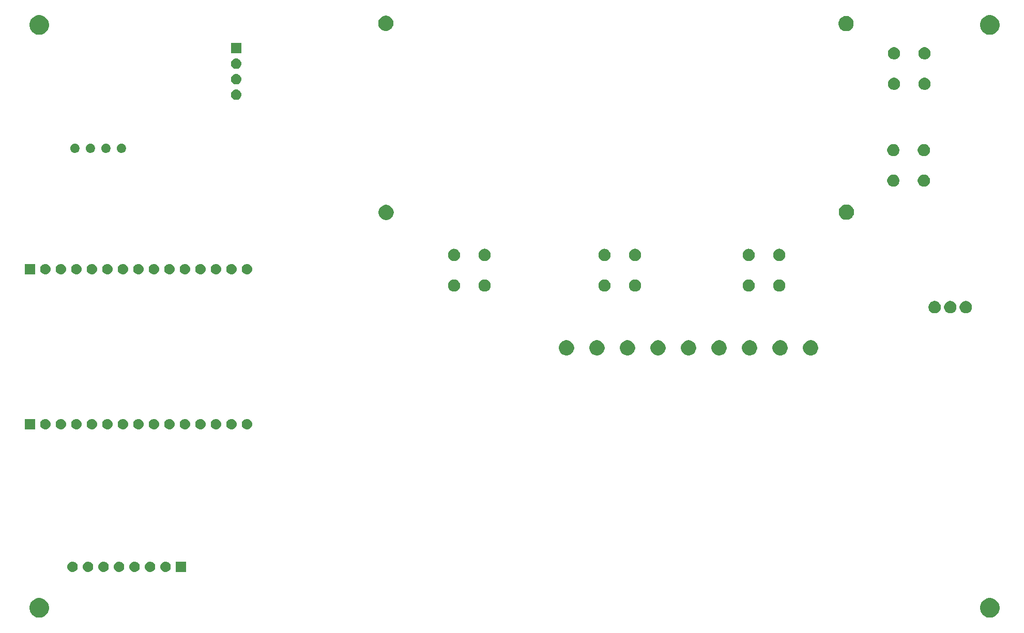
<source format=gbr>
G04 #@! TF.GenerationSoftware,KiCad,Pcbnew,(5.0.2)-1*
G04 #@! TF.CreationDate,2019-02-25T14:42:47-06:00*
G04 #@! TF.ProjectId,OpenThermostat,4f70656e-5468-4657-926d-6f737461742e,rev?*
G04 #@! TF.SameCoordinates,Original*
G04 #@! TF.FileFunction,Soldermask,Bot*
G04 #@! TF.FilePolarity,Negative*
%FSLAX46Y46*%
G04 Gerber Fmt 4.6, Leading zero omitted, Abs format (unit mm)*
G04 Created by KiCad (PCBNEW (5.0.2)-1) date 2/25/2019 2:42:47 PM*
%MOMM*%
%LPD*%
G01*
G04 APERTURE LIST*
%ADD10C,0.100000*%
G04 APERTURE END LIST*
D10*
G36*
X210651703Y-154798486D02*
X210942883Y-154919097D01*
X211204944Y-155094201D01*
X211427799Y-155317056D01*
X211602903Y-155579117D01*
X211723514Y-155870297D01*
X211785000Y-156179412D01*
X211785000Y-156494588D01*
X211723514Y-156803703D01*
X211602903Y-157094883D01*
X211427799Y-157356944D01*
X211204944Y-157579799D01*
X210942883Y-157754903D01*
X210651703Y-157875514D01*
X210342588Y-157937000D01*
X210027412Y-157937000D01*
X209718297Y-157875514D01*
X209427117Y-157754903D01*
X209165056Y-157579799D01*
X208942201Y-157356944D01*
X208767097Y-157094883D01*
X208646486Y-156803703D01*
X208585000Y-156494588D01*
X208585000Y-156179412D01*
X208646486Y-155870297D01*
X208767097Y-155579117D01*
X208942201Y-155317056D01*
X209165056Y-155094201D01*
X209427117Y-154919097D01*
X209718297Y-154798486D01*
X210027412Y-154737000D01*
X210342588Y-154737000D01*
X210651703Y-154798486D01*
X210651703Y-154798486D01*
G37*
G36*
X54949703Y-154798486D02*
X55240883Y-154919097D01*
X55502944Y-155094201D01*
X55725799Y-155317056D01*
X55900903Y-155579117D01*
X56021514Y-155870297D01*
X56083000Y-156179412D01*
X56083000Y-156494588D01*
X56021514Y-156803703D01*
X55900903Y-157094883D01*
X55725799Y-157356944D01*
X55502944Y-157579799D01*
X55240883Y-157754903D01*
X54949703Y-157875514D01*
X54640588Y-157937000D01*
X54325412Y-157937000D01*
X54016297Y-157875514D01*
X53725117Y-157754903D01*
X53463056Y-157579799D01*
X53240201Y-157356944D01*
X53065097Y-157094883D01*
X52944486Y-156803703D01*
X52883000Y-156494588D01*
X52883000Y-156179412D01*
X52944486Y-155870297D01*
X53065097Y-155579117D01*
X53240201Y-155317056D01*
X53463056Y-155094201D01*
X53725117Y-154919097D01*
X54016297Y-154798486D01*
X54325412Y-154737000D01*
X54640588Y-154737000D01*
X54949703Y-154798486D01*
X54949703Y-154798486D01*
G37*
G36*
X78574000Y-150456000D02*
X76874000Y-150456000D01*
X76874000Y-148756000D01*
X78574000Y-148756000D01*
X78574000Y-150456000D01*
X78574000Y-150456000D01*
G37*
G36*
X75350630Y-148768299D02*
X75510855Y-148816903D01*
X75658520Y-148895831D01*
X75787949Y-149002051D01*
X75894169Y-149131480D01*
X75973097Y-149279145D01*
X76021701Y-149439370D01*
X76038112Y-149606000D01*
X76021701Y-149772630D01*
X75973097Y-149932855D01*
X75894169Y-150080520D01*
X75787949Y-150209949D01*
X75658520Y-150316169D01*
X75510855Y-150395097D01*
X75350630Y-150443701D01*
X75225752Y-150456000D01*
X75142248Y-150456000D01*
X75017370Y-150443701D01*
X74857145Y-150395097D01*
X74709480Y-150316169D01*
X74580051Y-150209949D01*
X74473831Y-150080520D01*
X74394903Y-149932855D01*
X74346299Y-149772630D01*
X74329888Y-149606000D01*
X74346299Y-149439370D01*
X74394903Y-149279145D01*
X74473831Y-149131480D01*
X74580051Y-149002051D01*
X74709480Y-148895831D01*
X74857145Y-148816903D01*
X75017370Y-148768299D01*
X75142248Y-148756000D01*
X75225752Y-148756000D01*
X75350630Y-148768299D01*
X75350630Y-148768299D01*
G37*
G36*
X72810630Y-148768299D02*
X72970855Y-148816903D01*
X73118520Y-148895831D01*
X73247949Y-149002051D01*
X73354169Y-149131480D01*
X73433097Y-149279145D01*
X73481701Y-149439370D01*
X73498112Y-149606000D01*
X73481701Y-149772630D01*
X73433097Y-149932855D01*
X73354169Y-150080520D01*
X73247949Y-150209949D01*
X73118520Y-150316169D01*
X72970855Y-150395097D01*
X72810630Y-150443701D01*
X72685752Y-150456000D01*
X72602248Y-150456000D01*
X72477370Y-150443701D01*
X72317145Y-150395097D01*
X72169480Y-150316169D01*
X72040051Y-150209949D01*
X71933831Y-150080520D01*
X71854903Y-149932855D01*
X71806299Y-149772630D01*
X71789888Y-149606000D01*
X71806299Y-149439370D01*
X71854903Y-149279145D01*
X71933831Y-149131480D01*
X72040051Y-149002051D01*
X72169480Y-148895831D01*
X72317145Y-148816903D01*
X72477370Y-148768299D01*
X72602248Y-148756000D01*
X72685752Y-148756000D01*
X72810630Y-148768299D01*
X72810630Y-148768299D01*
G37*
G36*
X67730630Y-148768299D02*
X67890855Y-148816903D01*
X68038520Y-148895831D01*
X68167949Y-149002051D01*
X68274169Y-149131480D01*
X68353097Y-149279145D01*
X68401701Y-149439370D01*
X68418112Y-149606000D01*
X68401701Y-149772630D01*
X68353097Y-149932855D01*
X68274169Y-150080520D01*
X68167949Y-150209949D01*
X68038520Y-150316169D01*
X67890855Y-150395097D01*
X67730630Y-150443701D01*
X67605752Y-150456000D01*
X67522248Y-150456000D01*
X67397370Y-150443701D01*
X67237145Y-150395097D01*
X67089480Y-150316169D01*
X66960051Y-150209949D01*
X66853831Y-150080520D01*
X66774903Y-149932855D01*
X66726299Y-149772630D01*
X66709888Y-149606000D01*
X66726299Y-149439370D01*
X66774903Y-149279145D01*
X66853831Y-149131480D01*
X66960051Y-149002051D01*
X67089480Y-148895831D01*
X67237145Y-148816903D01*
X67397370Y-148768299D01*
X67522248Y-148756000D01*
X67605752Y-148756000D01*
X67730630Y-148768299D01*
X67730630Y-148768299D01*
G37*
G36*
X65190630Y-148768299D02*
X65350855Y-148816903D01*
X65498520Y-148895831D01*
X65627949Y-149002051D01*
X65734169Y-149131480D01*
X65813097Y-149279145D01*
X65861701Y-149439370D01*
X65878112Y-149606000D01*
X65861701Y-149772630D01*
X65813097Y-149932855D01*
X65734169Y-150080520D01*
X65627949Y-150209949D01*
X65498520Y-150316169D01*
X65350855Y-150395097D01*
X65190630Y-150443701D01*
X65065752Y-150456000D01*
X64982248Y-150456000D01*
X64857370Y-150443701D01*
X64697145Y-150395097D01*
X64549480Y-150316169D01*
X64420051Y-150209949D01*
X64313831Y-150080520D01*
X64234903Y-149932855D01*
X64186299Y-149772630D01*
X64169888Y-149606000D01*
X64186299Y-149439370D01*
X64234903Y-149279145D01*
X64313831Y-149131480D01*
X64420051Y-149002051D01*
X64549480Y-148895831D01*
X64697145Y-148816903D01*
X64857370Y-148768299D01*
X64982248Y-148756000D01*
X65065752Y-148756000D01*
X65190630Y-148768299D01*
X65190630Y-148768299D01*
G37*
G36*
X62650630Y-148768299D02*
X62810855Y-148816903D01*
X62958520Y-148895831D01*
X63087949Y-149002051D01*
X63194169Y-149131480D01*
X63273097Y-149279145D01*
X63321701Y-149439370D01*
X63338112Y-149606000D01*
X63321701Y-149772630D01*
X63273097Y-149932855D01*
X63194169Y-150080520D01*
X63087949Y-150209949D01*
X62958520Y-150316169D01*
X62810855Y-150395097D01*
X62650630Y-150443701D01*
X62525752Y-150456000D01*
X62442248Y-150456000D01*
X62317370Y-150443701D01*
X62157145Y-150395097D01*
X62009480Y-150316169D01*
X61880051Y-150209949D01*
X61773831Y-150080520D01*
X61694903Y-149932855D01*
X61646299Y-149772630D01*
X61629888Y-149606000D01*
X61646299Y-149439370D01*
X61694903Y-149279145D01*
X61773831Y-149131480D01*
X61880051Y-149002051D01*
X62009480Y-148895831D01*
X62157145Y-148816903D01*
X62317370Y-148768299D01*
X62442248Y-148756000D01*
X62525752Y-148756000D01*
X62650630Y-148768299D01*
X62650630Y-148768299D01*
G37*
G36*
X60110630Y-148768299D02*
X60270855Y-148816903D01*
X60418520Y-148895831D01*
X60547949Y-149002051D01*
X60654169Y-149131480D01*
X60733097Y-149279145D01*
X60781701Y-149439370D01*
X60798112Y-149606000D01*
X60781701Y-149772630D01*
X60733097Y-149932855D01*
X60654169Y-150080520D01*
X60547949Y-150209949D01*
X60418520Y-150316169D01*
X60270855Y-150395097D01*
X60110630Y-150443701D01*
X59985752Y-150456000D01*
X59902248Y-150456000D01*
X59777370Y-150443701D01*
X59617145Y-150395097D01*
X59469480Y-150316169D01*
X59340051Y-150209949D01*
X59233831Y-150080520D01*
X59154903Y-149932855D01*
X59106299Y-149772630D01*
X59089888Y-149606000D01*
X59106299Y-149439370D01*
X59154903Y-149279145D01*
X59233831Y-149131480D01*
X59340051Y-149002051D01*
X59469480Y-148895831D01*
X59617145Y-148816903D01*
X59777370Y-148768299D01*
X59902248Y-148756000D01*
X59985752Y-148756000D01*
X60110630Y-148768299D01*
X60110630Y-148768299D01*
G37*
G36*
X70270630Y-148768299D02*
X70430855Y-148816903D01*
X70578520Y-148895831D01*
X70707949Y-149002051D01*
X70814169Y-149131480D01*
X70893097Y-149279145D01*
X70941701Y-149439370D01*
X70958112Y-149606000D01*
X70941701Y-149772630D01*
X70893097Y-149932855D01*
X70814169Y-150080520D01*
X70707949Y-150209949D01*
X70578520Y-150316169D01*
X70430855Y-150395097D01*
X70270630Y-150443701D01*
X70145752Y-150456000D01*
X70062248Y-150456000D01*
X69937370Y-150443701D01*
X69777145Y-150395097D01*
X69629480Y-150316169D01*
X69500051Y-150209949D01*
X69393831Y-150080520D01*
X69314903Y-149932855D01*
X69266299Y-149772630D01*
X69249888Y-149606000D01*
X69266299Y-149439370D01*
X69314903Y-149279145D01*
X69393831Y-149131480D01*
X69500051Y-149002051D01*
X69629480Y-148895831D01*
X69777145Y-148816903D01*
X69937370Y-148768299D01*
X70062248Y-148756000D01*
X70145752Y-148756000D01*
X70270630Y-148768299D01*
X70270630Y-148768299D01*
G37*
G36*
X73445630Y-125400299D02*
X73605855Y-125448903D01*
X73753520Y-125527831D01*
X73882949Y-125634051D01*
X73989169Y-125763480D01*
X74068097Y-125911145D01*
X74116701Y-126071370D01*
X74133112Y-126238000D01*
X74116701Y-126404630D01*
X74068097Y-126564855D01*
X73989169Y-126712520D01*
X73882949Y-126841949D01*
X73753520Y-126948169D01*
X73605855Y-127027097D01*
X73445630Y-127075701D01*
X73320752Y-127088000D01*
X73237248Y-127088000D01*
X73112370Y-127075701D01*
X72952145Y-127027097D01*
X72804480Y-126948169D01*
X72675051Y-126841949D01*
X72568831Y-126712520D01*
X72489903Y-126564855D01*
X72441299Y-126404630D01*
X72424888Y-126238000D01*
X72441299Y-126071370D01*
X72489903Y-125911145D01*
X72568831Y-125763480D01*
X72675051Y-125634051D01*
X72804480Y-125527831D01*
X72952145Y-125448903D01*
X73112370Y-125400299D01*
X73237248Y-125388000D01*
X73320752Y-125388000D01*
X73445630Y-125400299D01*
X73445630Y-125400299D01*
G37*
G36*
X88685630Y-125400299D02*
X88845855Y-125448903D01*
X88993520Y-125527831D01*
X89122949Y-125634051D01*
X89229169Y-125763480D01*
X89308097Y-125911145D01*
X89356701Y-126071370D01*
X89373112Y-126238000D01*
X89356701Y-126404630D01*
X89308097Y-126564855D01*
X89229169Y-126712520D01*
X89122949Y-126841949D01*
X88993520Y-126948169D01*
X88845855Y-127027097D01*
X88685630Y-127075701D01*
X88560752Y-127088000D01*
X88477248Y-127088000D01*
X88352370Y-127075701D01*
X88192145Y-127027097D01*
X88044480Y-126948169D01*
X87915051Y-126841949D01*
X87808831Y-126712520D01*
X87729903Y-126564855D01*
X87681299Y-126404630D01*
X87664888Y-126238000D01*
X87681299Y-126071370D01*
X87729903Y-125911145D01*
X87808831Y-125763480D01*
X87915051Y-125634051D01*
X88044480Y-125527831D01*
X88192145Y-125448903D01*
X88352370Y-125400299D01*
X88477248Y-125388000D01*
X88560752Y-125388000D01*
X88685630Y-125400299D01*
X88685630Y-125400299D01*
G37*
G36*
X53809000Y-127088000D02*
X52109000Y-127088000D01*
X52109000Y-125388000D01*
X53809000Y-125388000D01*
X53809000Y-127088000D01*
X53809000Y-127088000D01*
G37*
G36*
X55665630Y-125400299D02*
X55825855Y-125448903D01*
X55973520Y-125527831D01*
X56102949Y-125634051D01*
X56209169Y-125763480D01*
X56288097Y-125911145D01*
X56336701Y-126071370D01*
X56353112Y-126238000D01*
X56336701Y-126404630D01*
X56288097Y-126564855D01*
X56209169Y-126712520D01*
X56102949Y-126841949D01*
X55973520Y-126948169D01*
X55825855Y-127027097D01*
X55665630Y-127075701D01*
X55540752Y-127088000D01*
X55457248Y-127088000D01*
X55332370Y-127075701D01*
X55172145Y-127027097D01*
X55024480Y-126948169D01*
X54895051Y-126841949D01*
X54788831Y-126712520D01*
X54709903Y-126564855D01*
X54661299Y-126404630D01*
X54644888Y-126238000D01*
X54661299Y-126071370D01*
X54709903Y-125911145D01*
X54788831Y-125763480D01*
X54895051Y-125634051D01*
X55024480Y-125527831D01*
X55172145Y-125448903D01*
X55332370Y-125400299D01*
X55457248Y-125388000D01*
X55540752Y-125388000D01*
X55665630Y-125400299D01*
X55665630Y-125400299D01*
G37*
G36*
X58205630Y-125400299D02*
X58365855Y-125448903D01*
X58513520Y-125527831D01*
X58642949Y-125634051D01*
X58749169Y-125763480D01*
X58828097Y-125911145D01*
X58876701Y-126071370D01*
X58893112Y-126238000D01*
X58876701Y-126404630D01*
X58828097Y-126564855D01*
X58749169Y-126712520D01*
X58642949Y-126841949D01*
X58513520Y-126948169D01*
X58365855Y-127027097D01*
X58205630Y-127075701D01*
X58080752Y-127088000D01*
X57997248Y-127088000D01*
X57872370Y-127075701D01*
X57712145Y-127027097D01*
X57564480Y-126948169D01*
X57435051Y-126841949D01*
X57328831Y-126712520D01*
X57249903Y-126564855D01*
X57201299Y-126404630D01*
X57184888Y-126238000D01*
X57201299Y-126071370D01*
X57249903Y-125911145D01*
X57328831Y-125763480D01*
X57435051Y-125634051D01*
X57564480Y-125527831D01*
X57712145Y-125448903D01*
X57872370Y-125400299D01*
X57997248Y-125388000D01*
X58080752Y-125388000D01*
X58205630Y-125400299D01*
X58205630Y-125400299D01*
G37*
G36*
X60745630Y-125400299D02*
X60905855Y-125448903D01*
X61053520Y-125527831D01*
X61182949Y-125634051D01*
X61289169Y-125763480D01*
X61368097Y-125911145D01*
X61416701Y-126071370D01*
X61433112Y-126238000D01*
X61416701Y-126404630D01*
X61368097Y-126564855D01*
X61289169Y-126712520D01*
X61182949Y-126841949D01*
X61053520Y-126948169D01*
X60905855Y-127027097D01*
X60745630Y-127075701D01*
X60620752Y-127088000D01*
X60537248Y-127088000D01*
X60412370Y-127075701D01*
X60252145Y-127027097D01*
X60104480Y-126948169D01*
X59975051Y-126841949D01*
X59868831Y-126712520D01*
X59789903Y-126564855D01*
X59741299Y-126404630D01*
X59724888Y-126238000D01*
X59741299Y-126071370D01*
X59789903Y-125911145D01*
X59868831Y-125763480D01*
X59975051Y-125634051D01*
X60104480Y-125527831D01*
X60252145Y-125448903D01*
X60412370Y-125400299D01*
X60537248Y-125388000D01*
X60620752Y-125388000D01*
X60745630Y-125400299D01*
X60745630Y-125400299D01*
G37*
G36*
X63285630Y-125400299D02*
X63445855Y-125448903D01*
X63593520Y-125527831D01*
X63722949Y-125634051D01*
X63829169Y-125763480D01*
X63908097Y-125911145D01*
X63956701Y-126071370D01*
X63973112Y-126238000D01*
X63956701Y-126404630D01*
X63908097Y-126564855D01*
X63829169Y-126712520D01*
X63722949Y-126841949D01*
X63593520Y-126948169D01*
X63445855Y-127027097D01*
X63285630Y-127075701D01*
X63160752Y-127088000D01*
X63077248Y-127088000D01*
X62952370Y-127075701D01*
X62792145Y-127027097D01*
X62644480Y-126948169D01*
X62515051Y-126841949D01*
X62408831Y-126712520D01*
X62329903Y-126564855D01*
X62281299Y-126404630D01*
X62264888Y-126238000D01*
X62281299Y-126071370D01*
X62329903Y-125911145D01*
X62408831Y-125763480D01*
X62515051Y-125634051D01*
X62644480Y-125527831D01*
X62792145Y-125448903D01*
X62952370Y-125400299D01*
X63077248Y-125388000D01*
X63160752Y-125388000D01*
X63285630Y-125400299D01*
X63285630Y-125400299D01*
G37*
G36*
X65825630Y-125400299D02*
X65985855Y-125448903D01*
X66133520Y-125527831D01*
X66262949Y-125634051D01*
X66369169Y-125763480D01*
X66448097Y-125911145D01*
X66496701Y-126071370D01*
X66513112Y-126238000D01*
X66496701Y-126404630D01*
X66448097Y-126564855D01*
X66369169Y-126712520D01*
X66262949Y-126841949D01*
X66133520Y-126948169D01*
X65985855Y-127027097D01*
X65825630Y-127075701D01*
X65700752Y-127088000D01*
X65617248Y-127088000D01*
X65492370Y-127075701D01*
X65332145Y-127027097D01*
X65184480Y-126948169D01*
X65055051Y-126841949D01*
X64948831Y-126712520D01*
X64869903Y-126564855D01*
X64821299Y-126404630D01*
X64804888Y-126238000D01*
X64821299Y-126071370D01*
X64869903Y-125911145D01*
X64948831Y-125763480D01*
X65055051Y-125634051D01*
X65184480Y-125527831D01*
X65332145Y-125448903D01*
X65492370Y-125400299D01*
X65617248Y-125388000D01*
X65700752Y-125388000D01*
X65825630Y-125400299D01*
X65825630Y-125400299D01*
G37*
G36*
X68365630Y-125400299D02*
X68525855Y-125448903D01*
X68673520Y-125527831D01*
X68802949Y-125634051D01*
X68909169Y-125763480D01*
X68988097Y-125911145D01*
X69036701Y-126071370D01*
X69053112Y-126238000D01*
X69036701Y-126404630D01*
X68988097Y-126564855D01*
X68909169Y-126712520D01*
X68802949Y-126841949D01*
X68673520Y-126948169D01*
X68525855Y-127027097D01*
X68365630Y-127075701D01*
X68240752Y-127088000D01*
X68157248Y-127088000D01*
X68032370Y-127075701D01*
X67872145Y-127027097D01*
X67724480Y-126948169D01*
X67595051Y-126841949D01*
X67488831Y-126712520D01*
X67409903Y-126564855D01*
X67361299Y-126404630D01*
X67344888Y-126238000D01*
X67361299Y-126071370D01*
X67409903Y-125911145D01*
X67488831Y-125763480D01*
X67595051Y-125634051D01*
X67724480Y-125527831D01*
X67872145Y-125448903D01*
X68032370Y-125400299D01*
X68157248Y-125388000D01*
X68240752Y-125388000D01*
X68365630Y-125400299D01*
X68365630Y-125400299D01*
G37*
G36*
X70905630Y-125400299D02*
X71065855Y-125448903D01*
X71213520Y-125527831D01*
X71342949Y-125634051D01*
X71449169Y-125763480D01*
X71528097Y-125911145D01*
X71576701Y-126071370D01*
X71593112Y-126238000D01*
X71576701Y-126404630D01*
X71528097Y-126564855D01*
X71449169Y-126712520D01*
X71342949Y-126841949D01*
X71213520Y-126948169D01*
X71065855Y-127027097D01*
X70905630Y-127075701D01*
X70780752Y-127088000D01*
X70697248Y-127088000D01*
X70572370Y-127075701D01*
X70412145Y-127027097D01*
X70264480Y-126948169D01*
X70135051Y-126841949D01*
X70028831Y-126712520D01*
X69949903Y-126564855D01*
X69901299Y-126404630D01*
X69884888Y-126238000D01*
X69901299Y-126071370D01*
X69949903Y-125911145D01*
X70028831Y-125763480D01*
X70135051Y-125634051D01*
X70264480Y-125527831D01*
X70412145Y-125448903D01*
X70572370Y-125400299D01*
X70697248Y-125388000D01*
X70780752Y-125388000D01*
X70905630Y-125400299D01*
X70905630Y-125400299D01*
G37*
G36*
X78525630Y-125400299D02*
X78685855Y-125448903D01*
X78833520Y-125527831D01*
X78962949Y-125634051D01*
X79069169Y-125763480D01*
X79148097Y-125911145D01*
X79196701Y-126071370D01*
X79213112Y-126238000D01*
X79196701Y-126404630D01*
X79148097Y-126564855D01*
X79069169Y-126712520D01*
X78962949Y-126841949D01*
X78833520Y-126948169D01*
X78685855Y-127027097D01*
X78525630Y-127075701D01*
X78400752Y-127088000D01*
X78317248Y-127088000D01*
X78192370Y-127075701D01*
X78032145Y-127027097D01*
X77884480Y-126948169D01*
X77755051Y-126841949D01*
X77648831Y-126712520D01*
X77569903Y-126564855D01*
X77521299Y-126404630D01*
X77504888Y-126238000D01*
X77521299Y-126071370D01*
X77569903Y-125911145D01*
X77648831Y-125763480D01*
X77755051Y-125634051D01*
X77884480Y-125527831D01*
X78032145Y-125448903D01*
X78192370Y-125400299D01*
X78317248Y-125388000D01*
X78400752Y-125388000D01*
X78525630Y-125400299D01*
X78525630Y-125400299D01*
G37*
G36*
X81065630Y-125400299D02*
X81225855Y-125448903D01*
X81373520Y-125527831D01*
X81502949Y-125634051D01*
X81609169Y-125763480D01*
X81688097Y-125911145D01*
X81736701Y-126071370D01*
X81753112Y-126238000D01*
X81736701Y-126404630D01*
X81688097Y-126564855D01*
X81609169Y-126712520D01*
X81502949Y-126841949D01*
X81373520Y-126948169D01*
X81225855Y-127027097D01*
X81065630Y-127075701D01*
X80940752Y-127088000D01*
X80857248Y-127088000D01*
X80732370Y-127075701D01*
X80572145Y-127027097D01*
X80424480Y-126948169D01*
X80295051Y-126841949D01*
X80188831Y-126712520D01*
X80109903Y-126564855D01*
X80061299Y-126404630D01*
X80044888Y-126238000D01*
X80061299Y-126071370D01*
X80109903Y-125911145D01*
X80188831Y-125763480D01*
X80295051Y-125634051D01*
X80424480Y-125527831D01*
X80572145Y-125448903D01*
X80732370Y-125400299D01*
X80857248Y-125388000D01*
X80940752Y-125388000D01*
X81065630Y-125400299D01*
X81065630Y-125400299D01*
G37*
G36*
X83605630Y-125400299D02*
X83765855Y-125448903D01*
X83913520Y-125527831D01*
X84042949Y-125634051D01*
X84149169Y-125763480D01*
X84228097Y-125911145D01*
X84276701Y-126071370D01*
X84293112Y-126238000D01*
X84276701Y-126404630D01*
X84228097Y-126564855D01*
X84149169Y-126712520D01*
X84042949Y-126841949D01*
X83913520Y-126948169D01*
X83765855Y-127027097D01*
X83605630Y-127075701D01*
X83480752Y-127088000D01*
X83397248Y-127088000D01*
X83272370Y-127075701D01*
X83112145Y-127027097D01*
X82964480Y-126948169D01*
X82835051Y-126841949D01*
X82728831Y-126712520D01*
X82649903Y-126564855D01*
X82601299Y-126404630D01*
X82584888Y-126238000D01*
X82601299Y-126071370D01*
X82649903Y-125911145D01*
X82728831Y-125763480D01*
X82835051Y-125634051D01*
X82964480Y-125527831D01*
X83112145Y-125448903D01*
X83272370Y-125400299D01*
X83397248Y-125388000D01*
X83480752Y-125388000D01*
X83605630Y-125400299D01*
X83605630Y-125400299D01*
G37*
G36*
X86145630Y-125400299D02*
X86305855Y-125448903D01*
X86453520Y-125527831D01*
X86582949Y-125634051D01*
X86689169Y-125763480D01*
X86768097Y-125911145D01*
X86816701Y-126071370D01*
X86833112Y-126238000D01*
X86816701Y-126404630D01*
X86768097Y-126564855D01*
X86689169Y-126712520D01*
X86582949Y-126841949D01*
X86453520Y-126948169D01*
X86305855Y-127027097D01*
X86145630Y-127075701D01*
X86020752Y-127088000D01*
X85937248Y-127088000D01*
X85812370Y-127075701D01*
X85652145Y-127027097D01*
X85504480Y-126948169D01*
X85375051Y-126841949D01*
X85268831Y-126712520D01*
X85189903Y-126564855D01*
X85141299Y-126404630D01*
X85124888Y-126238000D01*
X85141299Y-126071370D01*
X85189903Y-125911145D01*
X85268831Y-125763480D01*
X85375051Y-125634051D01*
X85504480Y-125527831D01*
X85652145Y-125448903D01*
X85812370Y-125400299D01*
X85937248Y-125388000D01*
X86020752Y-125388000D01*
X86145630Y-125400299D01*
X86145630Y-125400299D01*
G37*
G36*
X75985630Y-125400299D02*
X76145855Y-125448903D01*
X76293520Y-125527831D01*
X76422949Y-125634051D01*
X76529169Y-125763480D01*
X76608097Y-125911145D01*
X76656701Y-126071370D01*
X76673112Y-126238000D01*
X76656701Y-126404630D01*
X76608097Y-126564855D01*
X76529169Y-126712520D01*
X76422949Y-126841949D01*
X76293520Y-126948169D01*
X76145855Y-127027097D01*
X75985630Y-127075701D01*
X75860752Y-127088000D01*
X75777248Y-127088000D01*
X75652370Y-127075701D01*
X75492145Y-127027097D01*
X75344480Y-126948169D01*
X75215051Y-126841949D01*
X75108831Y-126712520D01*
X75029903Y-126564855D01*
X74981299Y-126404630D01*
X74964888Y-126238000D01*
X74981299Y-126071370D01*
X75029903Y-125911145D01*
X75108831Y-125763480D01*
X75215051Y-125634051D01*
X75344480Y-125527831D01*
X75492145Y-125448903D01*
X75652370Y-125400299D01*
X75777248Y-125388000D01*
X75860752Y-125388000D01*
X75985630Y-125400299D01*
X75985630Y-125400299D01*
G37*
G36*
X181207612Y-112526537D02*
X181435096Y-112620764D01*
X181639831Y-112757564D01*
X181813936Y-112931669D01*
X181950736Y-113136404D01*
X182044963Y-113363888D01*
X182093000Y-113605385D01*
X182093000Y-113851615D01*
X182044963Y-114093112D01*
X181950736Y-114320596D01*
X181813936Y-114525331D01*
X181639831Y-114699436D01*
X181435096Y-114836236D01*
X181207612Y-114930463D01*
X180966115Y-114978500D01*
X180719885Y-114978500D01*
X180478388Y-114930463D01*
X180250904Y-114836236D01*
X180046169Y-114699436D01*
X179872064Y-114525331D01*
X179735264Y-114320596D01*
X179641037Y-114093112D01*
X179593000Y-113851615D01*
X179593000Y-113605385D01*
X179641037Y-113363888D01*
X179735264Y-113136404D01*
X179872064Y-112931669D01*
X180046169Y-112757564D01*
X180250904Y-112620764D01*
X180478388Y-112526537D01*
X180719885Y-112478500D01*
X180966115Y-112478500D01*
X181207612Y-112526537D01*
X181207612Y-112526537D01*
G37*
G36*
X141207612Y-112526537D02*
X141435096Y-112620764D01*
X141639831Y-112757564D01*
X141813936Y-112931669D01*
X141950736Y-113136404D01*
X142044963Y-113363888D01*
X142093000Y-113605385D01*
X142093000Y-113851615D01*
X142044963Y-114093112D01*
X141950736Y-114320596D01*
X141813936Y-114525331D01*
X141639831Y-114699436D01*
X141435096Y-114836236D01*
X141207612Y-114930463D01*
X140966115Y-114978500D01*
X140719885Y-114978500D01*
X140478388Y-114930463D01*
X140250904Y-114836236D01*
X140046169Y-114699436D01*
X139872064Y-114525331D01*
X139735264Y-114320596D01*
X139641037Y-114093112D01*
X139593000Y-113851615D01*
X139593000Y-113605385D01*
X139641037Y-113363888D01*
X139735264Y-113136404D01*
X139872064Y-112931669D01*
X140046169Y-112757564D01*
X140250904Y-112620764D01*
X140478388Y-112526537D01*
X140719885Y-112478500D01*
X140966115Y-112478500D01*
X141207612Y-112526537D01*
X141207612Y-112526537D01*
G37*
G36*
X146207612Y-112526537D02*
X146435096Y-112620764D01*
X146639831Y-112757564D01*
X146813936Y-112931669D01*
X146950736Y-113136404D01*
X147044963Y-113363888D01*
X147093000Y-113605385D01*
X147093000Y-113851615D01*
X147044963Y-114093112D01*
X146950736Y-114320596D01*
X146813936Y-114525331D01*
X146639831Y-114699436D01*
X146435096Y-114836236D01*
X146207612Y-114930463D01*
X145966115Y-114978500D01*
X145719885Y-114978500D01*
X145478388Y-114930463D01*
X145250904Y-114836236D01*
X145046169Y-114699436D01*
X144872064Y-114525331D01*
X144735264Y-114320596D01*
X144641037Y-114093112D01*
X144593000Y-113851615D01*
X144593000Y-113605385D01*
X144641037Y-113363888D01*
X144735264Y-113136404D01*
X144872064Y-112931669D01*
X145046169Y-112757564D01*
X145250904Y-112620764D01*
X145478388Y-112526537D01*
X145719885Y-112478500D01*
X145966115Y-112478500D01*
X146207612Y-112526537D01*
X146207612Y-112526537D01*
G37*
G36*
X151207612Y-112526537D02*
X151435096Y-112620764D01*
X151639831Y-112757564D01*
X151813936Y-112931669D01*
X151950736Y-113136404D01*
X152044963Y-113363888D01*
X152093000Y-113605385D01*
X152093000Y-113851615D01*
X152044963Y-114093112D01*
X151950736Y-114320596D01*
X151813936Y-114525331D01*
X151639831Y-114699436D01*
X151435096Y-114836236D01*
X151207612Y-114930463D01*
X150966115Y-114978500D01*
X150719885Y-114978500D01*
X150478388Y-114930463D01*
X150250904Y-114836236D01*
X150046169Y-114699436D01*
X149872064Y-114525331D01*
X149735264Y-114320596D01*
X149641037Y-114093112D01*
X149593000Y-113851615D01*
X149593000Y-113605385D01*
X149641037Y-113363888D01*
X149735264Y-113136404D01*
X149872064Y-112931669D01*
X150046169Y-112757564D01*
X150250904Y-112620764D01*
X150478388Y-112526537D01*
X150719885Y-112478500D01*
X150966115Y-112478500D01*
X151207612Y-112526537D01*
X151207612Y-112526537D01*
G37*
G36*
X156207612Y-112526537D02*
X156435096Y-112620764D01*
X156639831Y-112757564D01*
X156813936Y-112931669D01*
X156950736Y-113136404D01*
X157044963Y-113363888D01*
X157093000Y-113605385D01*
X157093000Y-113851615D01*
X157044963Y-114093112D01*
X156950736Y-114320596D01*
X156813936Y-114525331D01*
X156639831Y-114699436D01*
X156435096Y-114836236D01*
X156207612Y-114930463D01*
X155966115Y-114978500D01*
X155719885Y-114978500D01*
X155478388Y-114930463D01*
X155250904Y-114836236D01*
X155046169Y-114699436D01*
X154872064Y-114525331D01*
X154735264Y-114320596D01*
X154641037Y-114093112D01*
X154593000Y-113851615D01*
X154593000Y-113605385D01*
X154641037Y-113363888D01*
X154735264Y-113136404D01*
X154872064Y-112931669D01*
X155046169Y-112757564D01*
X155250904Y-112620764D01*
X155478388Y-112526537D01*
X155719885Y-112478500D01*
X155966115Y-112478500D01*
X156207612Y-112526537D01*
X156207612Y-112526537D01*
G37*
G36*
X166207612Y-112526537D02*
X166435096Y-112620764D01*
X166639831Y-112757564D01*
X166813936Y-112931669D01*
X166950736Y-113136404D01*
X167044963Y-113363888D01*
X167093000Y-113605385D01*
X167093000Y-113851615D01*
X167044963Y-114093112D01*
X166950736Y-114320596D01*
X166813936Y-114525331D01*
X166639831Y-114699436D01*
X166435096Y-114836236D01*
X166207612Y-114930463D01*
X165966115Y-114978500D01*
X165719885Y-114978500D01*
X165478388Y-114930463D01*
X165250904Y-114836236D01*
X165046169Y-114699436D01*
X164872064Y-114525331D01*
X164735264Y-114320596D01*
X164641037Y-114093112D01*
X164593000Y-113851615D01*
X164593000Y-113605385D01*
X164641037Y-113363888D01*
X164735264Y-113136404D01*
X164872064Y-112931669D01*
X165046169Y-112757564D01*
X165250904Y-112620764D01*
X165478388Y-112526537D01*
X165719885Y-112478500D01*
X165966115Y-112478500D01*
X166207612Y-112526537D01*
X166207612Y-112526537D01*
G37*
G36*
X171207612Y-112526537D02*
X171435096Y-112620764D01*
X171639831Y-112757564D01*
X171813936Y-112931669D01*
X171950736Y-113136404D01*
X172044963Y-113363888D01*
X172093000Y-113605385D01*
X172093000Y-113851615D01*
X172044963Y-114093112D01*
X171950736Y-114320596D01*
X171813936Y-114525331D01*
X171639831Y-114699436D01*
X171435096Y-114836236D01*
X171207612Y-114930463D01*
X170966115Y-114978500D01*
X170719885Y-114978500D01*
X170478388Y-114930463D01*
X170250904Y-114836236D01*
X170046169Y-114699436D01*
X169872064Y-114525331D01*
X169735264Y-114320596D01*
X169641037Y-114093112D01*
X169593000Y-113851615D01*
X169593000Y-113605385D01*
X169641037Y-113363888D01*
X169735264Y-113136404D01*
X169872064Y-112931669D01*
X170046169Y-112757564D01*
X170250904Y-112620764D01*
X170478388Y-112526537D01*
X170719885Y-112478500D01*
X170966115Y-112478500D01*
X171207612Y-112526537D01*
X171207612Y-112526537D01*
G37*
G36*
X176207612Y-112526537D02*
X176435096Y-112620764D01*
X176639831Y-112757564D01*
X176813936Y-112931669D01*
X176950736Y-113136404D01*
X177044963Y-113363888D01*
X177093000Y-113605385D01*
X177093000Y-113851615D01*
X177044963Y-114093112D01*
X176950736Y-114320596D01*
X176813936Y-114525331D01*
X176639831Y-114699436D01*
X176435096Y-114836236D01*
X176207612Y-114930463D01*
X175966115Y-114978500D01*
X175719885Y-114978500D01*
X175478388Y-114930463D01*
X175250904Y-114836236D01*
X175046169Y-114699436D01*
X174872064Y-114525331D01*
X174735264Y-114320596D01*
X174641037Y-114093112D01*
X174593000Y-113851615D01*
X174593000Y-113605385D01*
X174641037Y-113363888D01*
X174735264Y-113136404D01*
X174872064Y-112931669D01*
X175046169Y-112757564D01*
X175250904Y-112620764D01*
X175478388Y-112526537D01*
X175719885Y-112478500D01*
X175966115Y-112478500D01*
X176207612Y-112526537D01*
X176207612Y-112526537D01*
G37*
G36*
X161207612Y-112526537D02*
X161435096Y-112620764D01*
X161639831Y-112757564D01*
X161813936Y-112931669D01*
X161950736Y-113136404D01*
X162044963Y-113363888D01*
X162093000Y-113605385D01*
X162093000Y-113851615D01*
X162044963Y-114093112D01*
X161950736Y-114320596D01*
X161813936Y-114525331D01*
X161639831Y-114699436D01*
X161435096Y-114836236D01*
X161207612Y-114930463D01*
X160966115Y-114978500D01*
X160719885Y-114978500D01*
X160478388Y-114930463D01*
X160250904Y-114836236D01*
X160046169Y-114699436D01*
X159872064Y-114525331D01*
X159735264Y-114320596D01*
X159641037Y-114093112D01*
X159593000Y-113851615D01*
X159593000Y-113605385D01*
X159641037Y-113363888D01*
X159735264Y-113136404D01*
X159872064Y-112931669D01*
X160046169Y-112757564D01*
X160250904Y-112620764D01*
X160478388Y-112526537D01*
X160719885Y-112478500D01*
X160966115Y-112478500D01*
X161207612Y-112526537D01*
X161207612Y-112526537D01*
G37*
G36*
X201378926Y-106071029D02*
X201444356Y-106084044D01*
X201629256Y-106160632D01*
X201795665Y-106271823D01*
X201937177Y-106413335D01*
X202048368Y-106579744D01*
X202124956Y-106764645D01*
X202164000Y-106960931D01*
X202164000Y-107161069D01*
X202124956Y-107357355D01*
X202048368Y-107542256D01*
X201937177Y-107708665D01*
X201795665Y-107850177D01*
X201795662Y-107850179D01*
X201629256Y-107961368D01*
X201444356Y-108037956D01*
X201378926Y-108050971D01*
X201248069Y-108077000D01*
X201047931Y-108077000D01*
X200917074Y-108050971D01*
X200851644Y-108037956D01*
X200666744Y-107961368D01*
X200500338Y-107850179D01*
X200500335Y-107850177D01*
X200358823Y-107708665D01*
X200247632Y-107542256D01*
X200171044Y-107357355D01*
X200132000Y-107161069D01*
X200132000Y-106960931D01*
X200171044Y-106764645D01*
X200247632Y-106579744D01*
X200358823Y-106413335D01*
X200500335Y-106271823D01*
X200666744Y-106160632D01*
X200851644Y-106084044D01*
X200917074Y-106071029D01*
X201047931Y-106045000D01*
X201248069Y-106045000D01*
X201378926Y-106071029D01*
X201378926Y-106071029D01*
G37*
G36*
X203928926Y-106071029D02*
X203994356Y-106084044D01*
X204179256Y-106160632D01*
X204345665Y-106271823D01*
X204487177Y-106413335D01*
X204598368Y-106579744D01*
X204674956Y-106764645D01*
X204714000Y-106960931D01*
X204714000Y-107161069D01*
X204674956Y-107357355D01*
X204598368Y-107542256D01*
X204487177Y-107708665D01*
X204345665Y-107850177D01*
X204345662Y-107850179D01*
X204179256Y-107961368D01*
X203994356Y-108037956D01*
X203928926Y-108050971D01*
X203798069Y-108077000D01*
X203597931Y-108077000D01*
X203467074Y-108050971D01*
X203401644Y-108037956D01*
X203216744Y-107961368D01*
X203050338Y-107850179D01*
X203050335Y-107850177D01*
X202908823Y-107708665D01*
X202797632Y-107542256D01*
X202721044Y-107357355D01*
X202682000Y-107161069D01*
X202682000Y-106960931D01*
X202721044Y-106764645D01*
X202797632Y-106579744D01*
X202908823Y-106413335D01*
X203050335Y-106271823D01*
X203216744Y-106160632D01*
X203401644Y-106084044D01*
X203467074Y-106071029D01*
X203597931Y-106045000D01*
X203798069Y-106045000D01*
X203928926Y-106071029D01*
X203928926Y-106071029D01*
G37*
G36*
X206478926Y-106071029D02*
X206544356Y-106084044D01*
X206729256Y-106160632D01*
X206895665Y-106271823D01*
X207037177Y-106413335D01*
X207148368Y-106579744D01*
X207224956Y-106764645D01*
X207264000Y-106960931D01*
X207264000Y-107161069D01*
X207224956Y-107357355D01*
X207148368Y-107542256D01*
X207037177Y-107708665D01*
X206895665Y-107850177D01*
X206895662Y-107850179D01*
X206729256Y-107961368D01*
X206544356Y-108037956D01*
X206478926Y-108050971D01*
X206348069Y-108077000D01*
X206147931Y-108077000D01*
X206017074Y-108050971D01*
X205951644Y-108037956D01*
X205766744Y-107961368D01*
X205600338Y-107850179D01*
X205600335Y-107850177D01*
X205458823Y-107708665D01*
X205347632Y-107542256D01*
X205271044Y-107357355D01*
X205232000Y-107161069D01*
X205232000Y-106960931D01*
X205271044Y-106764645D01*
X205347632Y-106579744D01*
X205458823Y-106413335D01*
X205600335Y-106271823D01*
X205766744Y-106160632D01*
X205951644Y-106084044D01*
X206017074Y-106071029D01*
X206147931Y-106045000D01*
X206348069Y-106045000D01*
X206478926Y-106071029D01*
X206478926Y-106071029D01*
G37*
G36*
X152241770Y-102520372D02*
X152357689Y-102543429D01*
X152539678Y-102618811D01*
X152703463Y-102728249D01*
X152842751Y-102867537D01*
X152952189Y-103031322D01*
X153027571Y-103213311D01*
X153066000Y-103406509D01*
X153066000Y-103603491D01*
X153027571Y-103796689D01*
X152952189Y-103978678D01*
X152842751Y-104142463D01*
X152703463Y-104281751D01*
X152539678Y-104391189D01*
X152357689Y-104466571D01*
X152241770Y-104489628D01*
X152164493Y-104505000D01*
X151967507Y-104505000D01*
X151890230Y-104489628D01*
X151774311Y-104466571D01*
X151592322Y-104391189D01*
X151428537Y-104281751D01*
X151289249Y-104142463D01*
X151179811Y-103978678D01*
X151104429Y-103796689D01*
X151066000Y-103603491D01*
X151066000Y-103406509D01*
X151104429Y-103213311D01*
X151179811Y-103031322D01*
X151289249Y-102867537D01*
X151428537Y-102728249D01*
X151592322Y-102618811D01*
X151774311Y-102543429D01*
X151890230Y-102520372D01*
X151967507Y-102505000D01*
X152164493Y-102505000D01*
X152241770Y-102520372D01*
X152241770Y-102520372D01*
G37*
G36*
X122603770Y-102520372D02*
X122719689Y-102543429D01*
X122901678Y-102618811D01*
X123065463Y-102728249D01*
X123204751Y-102867537D01*
X123314189Y-103031322D01*
X123389571Y-103213311D01*
X123428000Y-103406509D01*
X123428000Y-103603491D01*
X123389571Y-103796689D01*
X123314189Y-103978678D01*
X123204751Y-104142463D01*
X123065463Y-104281751D01*
X122901678Y-104391189D01*
X122719689Y-104466571D01*
X122603770Y-104489628D01*
X122526493Y-104505000D01*
X122329507Y-104505000D01*
X122252230Y-104489628D01*
X122136311Y-104466571D01*
X121954322Y-104391189D01*
X121790537Y-104281751D01*
X121651249Y-104142463D01*
X121541811Y-103978678D01*
X121466429Y-103796689D01*
X121428000Y-103603491D01*
X121428000Y-103406509D01*
X121466429Y-103213311D01*
X121541811Y-103031322D01*
X121651249Y-102867537D01*
X121790537Y-102728249D01*
X121954322Y-102618811D01*
X122136311Y-102543429D01*
X122252230Y-102520372D01*
X122329507Y-102505000D01*
X122526493Y-102505000D01*
X122603770Y-102520372D01*
X122603770Y-102520372D01*
G37*
G36*
X127603770Y-102520372D02*
X127719689Y-102543429D01*
X127901678Y-102618811D01*
X128065463Y-102728249D01*
X128204751Y-102867537D01*
X128314189Y-103031322D01*
X128389571Y-103213311D01*
X128428000Y-103406509D01*
X128428000Y-103603491D01*
X128389571Y-103796689D01*
X128314189Y-103978678D01*
X128204751Y-104142463D01*
X128065463Y-104281751D01*
X127901678Y-104391189D01*
X127719689Y-104466571D01*
X127603770Y-104489628D01*
X127526493Y-104505000D01*
X127329507Y-104505000D01*
X127252230Y-104489628D01*
X127136311Y-104466571D01*
X126954322Y-104391189D01*
X126790537Y-104281751D01*
X126651249Y-104142463D01*
X126541811Y-103978678D01*
X126466429Y-103796689D01*
X126428000Y-103603491D01*
X126428000Y-103406509D01*
X126466429Y-103213311D01*
X126541811Y-103031322D01*
X126651249Y-102867537D01*
X126790537Y-102728249D01*
X126954322Y-102618811D01*
X127136311Y-102543429D01*
X127252230Y-102520372D01*
X127329507Y-102505000D01*
X127526493Y-102505000D01*
X127603770Y-102520372D01*
X127603770Y-102520372D01*
G37*
G36*
X175863770Y-102520372D02*
X175979689Y-102543429D01*
X176161678Y-102618811D01*
X176325463Y-102728249D01*
X176464751Y-102867537D01*
X176574189Y-103031322D01*
X176649571Y-103213311D01*
X176688000Y-103406509D01*
X176688000Y-103603491D01*
X176649571Y-103796689D01*
X176574189Y-103978678D01*
X176464751Y-104142463D01*
X176325463Y-104281751D01*
X176161678Y-104391189D01*
X175979689Y-104466571D01*
X175863770Y-104489628D01*
X175786493Y-104505000D01*
X175589507Y-104505000D01*
X175512230Y-104489628D01*
X175396311Y-104466571D01*
X175214322Y-104391189D01*
X175050537Y-104281751D01*
X174911249Y-104142463D01*
X174801811Y-103978678D01*
X174726429Y-103796689D01*
X174688000Y-103603491D01*
X174688000Y-103406509D01*
X174726429Y-103213311D01*
X174801811Y-103031322D01*
X174911249Y-102867537D01*
X175050537Y-102728249D01*
X175214322Y-102618811D01*
X175396311Y-102543429D01*
X175512230Y-102520372D01*
X175589507Y-102505000D01*
X175786493Y-102505000D01*
X175863770Y-102520372D01*
X175863770Y-102520372D01*
G37*
G36*
X170863770Y-102520372D02*
X170979689Y-102543429D01*
X171161678Y-102618811D01*
X171325463Y-102728249D01*
X171464751Y-102867537D01*
X171574189Y-103031322D01*
X171649571Y-103213311D01*
X171688000Y-103406509D01*
X171688000Y-103603491D01*
X171649571Y-103796689D01*
X171574189Y-103978678D01*
X171464751Y-104142463D01*
X171325463Y-104281751D01*
X171161678Y-104391189D01*
X170979689Y-104466571D01*
X170863770Y-104489628D01*
X170786493Y-104505000D01*
X170589507Y-104505000D01*
X170512230Y-104489628D01*
X170396311Y-104466571D01*
X170214322Y-104391189D01*
X170050537Y-104281751D01*
X169911249Y-104142463D01*
X169801811Y-103978678D01*
X169726429Y-103796689D01*
X169688000Y-103603491D01*
X169688000Y-103406509D01*
X169726429Y-103213311D01*
X169801811Y-103031322D01*
X169911249Y-102867537D01*
X170050537Y-102728249D01*
X170214322Y-102618811D01*
X170396311Y-102543429D01*
X170512230Y-102520372D01*
X170589507Y-102505000D01*
X170786493Y-102505000D01*
X170863770Y-102520372D01*
X170863770Y-102520372D01*
G37*
G36*
X147241770Y-102520372D02*
X147357689Y-102543429D01*
X147539678Y-102618811D01*
X147703463Y-102728249D01*
X147842751Y-102867537D01*
X147952189Y-103031322D01*
X148027571Y-103213311D01*
X148066000Y-103406509D01*
X148066000Y-103603491D01*
X148027571Y-103796689D01*
X147952189Y-103978678D01*
X147842751Y-104142463D01*
X147703463Y-104281751D01*
X147539678Y-104391189D01*
X147357689Y-104466571D01*
X147241770Y-104489628D01*
X147164493Y-104505000D01*
X146967507Y-104505000D01*
X146890230Y-104489628D01*
X146774311Y-104466571D01*
X146592322Y-104391189D01*
X146428537Y-104281751D01*
X146289249Y-104142463D01*
X146179811Y-103978678D01*
X146104429Y-103796689D01*
X146066000Y-103603491D01*
X146066000Y-103406509D01*
X146104429Y-103213311D01*
X146179811Y-103031322D01*
X146289249Y-102867537D01*
X146428537Y-102728249D01*
X146592322Y-102618811D01*
X146774311Y-102543429D01*
X146890230Y-102520372D01*
X146967507Y-102505000D01*
X147164493Y-102505000D01*
X147241770Y-102520372D01*
X147241770Y-102520372D01*
G37*
G36*
X88685630Y-100000299D02*
X88845855Y-100048903D01*
X88993520Y-100127831D01*
X89122949Y-100234051D01*
X89229169Y-100363480D01*
X89308097Y-100511145D01*
X89356701Y-100671370D01*
X89373112Y-100838000D01*
X89356701Y-101004630D01*
X89308097Y-101164855D01*
X89229169Y-101312520D01*
X89122949Y-101441949D01*
X88993520Y-101548169D01*
X88845855Y-101627097D01*
X88685630Y-101675701D01*
X88560752Y-101688000D01*
X88477248Y-101688000D01*
X88352370Y-101675701D01*
X88192145Y-101627097D01*
X88044480Y-101548169D01*
X87915051Y-101441949D01*
X87808831Y-101312520D01*
X87729903Y-101164855D01*
X87681299Y-101004630D01*
X87664888Y-100838000D01*
X87681299Y-100671370D01*
X87729903Y-100511145D01*
X87808831Y-100363480D01*
X87915051Y-100234051D01*
X88044480Y-100127831D01*
X88192145Y-100048903D01*
X88352370Y-100000299D01*
X88477248Y-99988000D01*
X88560752Y-99988000D01*
X88685630Y-100000299D01*
X88685630Y-100000299D01*
G37*
G36*
X70905630Y-100000299D02*
X71065855Y-100048903D01*
X71213520Y-100127831D01*
X71342949Y-100234051D01*
X71449169Y-100363480D01*
X71528097Y-100511145D01*
X71576701Y-100671370D01*
X71593112Y-100838000D01*
X71576701Y-101004630D01*
X71528097Y-101164855D01*
X71449169Y-101312520D01*
X71342949Y-101441949D01*
X71213520Y-101548169D01*
X71065855Y-101627097D01*
X70905630Y-101675701D01*
X70780752Y-101688000D01*
X70697248Y-101688000D01*
X70572370Y-101675701D01*
X70412145Y-101627097D01*
X70264480Y-101548169D01*
X70135051Y-101441949D01*
X70028831Y-101312520D01*
X69949903Y-101164855D01*
X69901299Y-101004630D01*
X69884888Y-100838000D01*
X69901299Y-100671370D01*
X69949903Y-100511145D01*
X70028831Y-100363480D01*
X70135051Y-100234051D01*
X70264480Y-100127831D01*
X70412145Y-100048903D01*
X70572370Y-100000299D01*
X70697248Y-99988000D01*
X70780752Y-99988000D01*
X70905630Y-100000299D01*
X70905630Y-100000299D01*
G37*
G36*
X68365630Y-100000299D02*
X68525855Y-100048903D01*
X68673520Y-100127831D01*
X68802949Y-100234051D01*
X68909169Y-100363480D01*
X68988097Y-100511145D01*
X69036701Y-100671370D01*
X69053112Y-100838000D01*
X69036701Y-101004630D01*
X68988097Y-101164855D01*
X68909169Y-101312520D01*
X68802949Y-101441949D01*
X68673520Y-101548169D01*
X68525855Y-101627097D01*
X68365630Y-101675701D01*
X68240752Y-101688000D01*
X68157248Y-101688000D01*
X68032370Y-101675701D01*
X67872145Y-101627097D01*
X67724480Y-101548169D01*
X67595051Y-101441949D01*
X67488831Y-101312520D01*
X67409903Y-101164855D01*
X67361299Y-101004630D01*
X67344888Y-100838000D01*
X67361299Y-100671370D01*
X67409903Y-100511145D01*
X67488831Y-100363480D01*
X67595051Y-100234051D01*
X67724480Y-100127831D01*
X67872145Y-100048903D01*
X68032370Y-100000299D01*
X68157248Y-99988000D01*
X68240752Y-99988000D01*
X68365630Y-100000299D01*
X68365630Y-100000299D01*
G37*
G36*
X65825630Y-100000299D02*
X65985855Y-100048903D01*
X66133520Y-100127831D01*
X66262949Y-100234051D01*
X66369169Y-100363480D01*
X66448097Y-100511145D01*
X66496701Y-100671370D01*
X66513112Y-100838000D01*
X66496701Y-101004630D01*
X66448097Y-101164855D01*
X66369169Y-101312520D01*
X66262949Y-101441949D01*
X66133520Y-101548169D01*
X65985855Y-101627097D01*
X65825630Y-101675701D01*
X65700752Y-101688000D01*
X65617248Y-101688000D01*
X65492370Y-101675701D01*
X65332145Y-101627097D01*
X65184480Y-101548169D01*
X65055051Y-101441949D01*
X64948831Y-101312520D01*
X64869903Y-101164855D01*
X64821299Y-101004630D01*
X64804888Y-100838000D01*
X64821299Y-100671370D01*
X64869903Y-100511145D01*
X64948831Y-100363480D01*
X65055051Y-100234051D01*
X65184480Y-100127831D01*
X65332145Y-100048903D01*
X65492370Y-100000299D01*
X65617248Y-99988000D01*
X65700752Y-99988000D01*
X65825630Y-100000299D01*
X65825630Y-100000299D01*
G37*
G36*
X63285630Y-100000299D02*
X63445855Y-100048903D01*
X63593520Y-100127831D01*
X63722949Y-100234051D01*
X63829169Y-100363480D01*
X63908097Y-100511145D01*
X63956701Y-100671370D01*
X63973112Y-100838000D01*
X63956701Y-101004630D01*
X63908097Y-101164855D01*
X63829169Y-101312520D01*
X63722949Y-101441949D01*
X63593520Y-101548169D01*
X63445855Y-101627097D01*
X63285630Y-101675701D01*
X63160752Y-101688000D01*
X63077248Y-101688000D01*
X62952370Y-101675701D01*
X62792145Y-101627097D01*
X62644480Y-101548169D01*
X62515051Y-101441949D01*
X62408831Y-101312520D01*
X62329903Y-101164855D01*
X62281299Y-101004630D01*
X62264888Y-100838000D01*
X62281299Y-100671370D01*
X62329903Y-100511145D01*
X62408831Y-100363480D01*
X62515051Y-100234051D01*
X62644480Y-100127831D01*
X62792145Y-100048903D01*
X62952370Y-100000299D01*
X63077248Y-99988000D01*
X63160752Y-99988000D01*
X63285630Y-100000299D01*
X63285630Y-100000299D01*
G37*
G36*
X60745630Y-100000299D02*
X60905855Y-100048903D01*
X61053520Y-100127831D01*
X61182949Y-100234051D01*
X61289169Y-100363480D01*
X61368097Y-100511145D01*
X61416701Y-100671370D01*
X61433112Y-100838000D01*
X61416701Y-101004630D01*
X61368097Y-101164855D01*
X61289169Y-101312520D01*
X61182949Y-101441949D01*
X61053520Y-101548169D01*
X60905855Y-101627097D01*
X60745630Y-101675701D01*
X60620752Y-101688000D01*
X60537248Y-101688000D01*
X60412370Y-101675701D01*
X60252145Y-101627097D01*
X60104480Y-101548169D01*
X59975051Y-101441949D01*
X59868831Y-101312520D01*
X59789903Y-101164855D01*
X59741299Y-101004630D01*
X59724888Y-100838000D01*
X59741299Y-100671370D01*
X59789903Y-100511145D01*
X59868831Y-100363480D01*
X59975051Y-100234051D01*
X60104480Y-100127831D01*
X60252145Y-100048903D01*
X60412370Y-100000299D01*
X60537248Y-99988000D01*
X60620752Y-99988000D01*
X60745630Y-100000299D01*
X60745630Y-100000299D01*
G37*
G36*
X58205630Y-100000299D02*
X58365855Y-100048903D01*
X58513520Y-100127831D01*
X58642949Y-100234051D01*
X58749169Y-100363480D01*
X58828097Y-100511145D01*
X58876701Y-100671370D01*
X58893112Y-100838000D01*
X58876701Y-101004630D01*
X58828097Y-101164855D01*
X58749169Y-101312520D01*
X58642949Y-101441949D01*
X58513520Y-101548169D01*
X58365855Y-101627097D01*
X58205630Y-101675701D01*
X58080752Y-101688000D01*
X57997248Y-101688000D01*
X57872370Y-101675701D01*
X57712145Y-101627097D01*
X57564480Y-101548169D01*
X57435051Y-101441949D01*
X57328831Y-101312520D01*
X57249903Y-101164855D01*
X57201299Y-101004630D01*
X57184888Y-100838000D01*
X57201299Y-100671370D01*
X57249903Y-100511145D01*
X57328831Y-100363480D01*
X57435051Y-100234051D01*
X57564480Y-100127831D01*
X57712145Y-100048903D01*
X57872370Y-100000299D01*
X57997248Y-99988000D01*
X58080752Y-99988000D01*
X58205630Y-100000299D01*
X58205630Y-100000299D01*
G37*
G36*
X55665630Y-100000299D02*
X55825855Y-100048903D01*
X55973520Y-100127831D01*
X56102949Y-100234051D01*
X56209169Y-100363480D01*
X56288097Y-100511145D01*
X56336701Y-100671370D01*
X56353112Y-100838000D01*
X56336701Y-101004630D01*
X56288097Y-101164855D01*
X56209169Y-101312520D01*
X56102949Y-101441949D01*
X55973520Y-101548169D01*
X55825855Y-101627097D01*
X55665630Y-101675701D01*
X55540752Y-101688000D01*
X55457248Y-101688000D01*
X55332370Y-101675701D01*
X55172145Y-101627097D01*
X55024480Y-101548169D01*
X54895051Y-101441949D01*
X54788831Y-101312520D01*
X54709903Y-101164855D01*
X54661299Y-101004630D01*
X54644888Y-100838000D01*
X54661299Y-100671370D01*
X54709903Y-100511145D01*
X54788831Y-100363480D01*
X54895051Y-100234051D01*
X55024480Y-100127831D01*
X55172145Y-100048903D01*
X55332370Y-100000299D01*
X55457248Y-99988000D01*
X55540752Y-99988000D01*
X55665630Y-100000299D01*
X55665630Y-100000299D01*
G37*
G36*
X75985630Y-100000299D02*
X76145855Y-100048903D01*
X76293520Y-100127831D01*
X76422949Y-100234051D01*
X76529169Y-100363480D01*
X76608097Y-100511145D01*
X76656701Y-100671370D01*
X76673112Y-100838000D01*
X76656701Y-101004630D01*
X76608097Y-101164855D01*
X76529169Y-101312520D01*
X76422949Y-101441949D01*
X76293520Y-101548169D01*
X76145855Y-101627097D01*
X75985630Y-101675701D01*
X75860752Y-101688000D01*
X75777248Y-101688000D01*
X75652370Y-101675701D01*
X75492145Y-101627097D01*
X75344480Y-101548169D01*
X75215051Y-101441949D01*
X75108831Y-101312520D01*
X75029903Y-101164855D01*
X74981299Y-101004630D01*
X74964888Y-100838000D01*
X74981299Y-100671370D01*
X75029903Y-100511145D01*
X75108831Y-100363480D01*
X75215051Y-100234051D01*
X75344480Y-100127831D01*
X75492145Y-100048903D01*
X75652370Y-100000299D01*
X75777248Y-99988000D01*
X75860752Y-99988000D01*
X75985630Y-100000299D01*
X75985630Y-100000299D01*
G37*
G36*
X53809000Y-101688000D02*
X52109000Y-101688000D01*
X52109000Y-99988000D01*
X53809000Y-99988000D01*
X53809000Y-101688000D01*
X53809000Y-101688000D01*
G37*
G36*
X86145630Y-100000299D02*
X86305855Y-100048903D01*
X86453520Y-100127831D01*
X86582949Y-100234051D01*
X86689169Y-100363480D01*
X86768097Y-100511145D01*
X86816701Y-100671370D01*
X86833112Y-100838000D01*
X86816701Y-101004630D01*
X86768097Y-101164855D01*
X86689169Y-101312520D01*
X86582949Y-101441949D01*
X86453520Y-101548169D01*
X86305855Y-101627097D01*
X86145630Y-101675701D01*
X86020752Y-101688000D01*
X85937248Y-101688000D01*
X85812370Y-101675701D01*
X85652145Y-101627097D01*
X85504480Y-101548169D01*
X85375051Y-101441949D01*
X85268831Y-101312520D01*
X85189903Y-101164855D01*
X85141299Y-101004630D01*
X85124888Y-100838000D01*
X85141299Y-100671370D01*
X85189903Y-100511145D01*
X85268831Y-100363480D01*
X85375051Y-100234051D01*
X85504480Y-100127831D01*
X85652145Y-100048903D01*
X85812370Y-100000299D01*
X85937248Y-99988000D01*
X86020752Y-99988000D01*
X86145630Y-100000299D01*
X86145630Y-100000299D01*
G37*
G36*
X83605630Y-100000299D02*
X83765855Y-100048903D01*
X83913520Y-100127831D01*
X84042949Y-100234051D01*
X84149169Y-100363480D01*
X84228097Y-100511145D01*
X84276701Y-100671370D01*
X84293112Y-100838000D01*
X84276701Y-101004630D01*
X84228097Y-101164855D01*
X84149169Y-101312520D01*
X84042949Y-101441949D01*
X83913520Y-101548169D01*
X83765855Y-101627097D01*
X83605630Y-101675701D01*
X83480752Y-101688000D01*
X83397248Y-101688000D01*
X83272370Y-101675701D01*
X83112145Y-101627097D01*
X82964480Y-101548169D01*
X82835051Y-101441949D01*
X82728831Y-101312520D01*
X82649903Y-101164855D01*
X82601299Y-101004630D01*
X82584888Y-100838000D01*
X82601299Y-100671370D01*
X82649903Y-100511145D01*
X82728831Y-100363480D01*
X82835051Y-100234051D01*
X82964480Y-100127831D01*
X83112145Y-100048903D01*
X83272370Y-100000299D01*
X83397248Y-99988000D01*
X83480752Y-99988000D01*
X83605630Y-100000299D01*
X83605630Y-100000299D01*
G37*
G36*
X81065630Y-100000299D02*
X81225855Y-100048903D01*
X81373520Y-100127831D01*
X81502949Y-100234051D01*
X81609169Y-100363480D01*
X81688097Y-100511145D01*
X81736701Y-100671370D01*
X81753112Y-100838000D01*
X81736701Y-101004630D01*
X81688097Y-101164855D01*
X81609169Y-101312520D01*
X81502949Y-101441949D01*
X81373520Y-101548169D01*
X81225855Y-101627097D01*
X81065630Y-101675701D01*
X80940752Y-101688000D01*
X80857248Y-101688000D01*
X80732370Y-101675701D01*
X80572145Y-101627097D01*
X80424480Y-101548169D01*
X80295051Y-101441949D01*
X80188831Y-101312520D01*
X80109903Y-101164855D01*
X80061299Y-101004630D01*
X80044888Y-100838000D01*
X80061299Y-100671370D01*
X80109903Y-100511145D01*
X80188831Y-100363480D01*
X80295051Y-100234051D01*
X80424480Y-100127831D01*
X80572145Y-100048903D01*
X80732370Y-100000299D01*
X80857248Y-99988000D01*
X80940752Y-99988000D01*
X81065630Y-100000299D01*
X81065630Y-100000299D01*
G37*
G36*
X78525630Y-100000299D02*
X78685855Y-100048903D01*
X78833520Y-100127831D01*
X78962949Y-100234051D01*
X79069169Y-100363480D01*
X79148097Y-100511145D01*
X79196701Y-100671370D01*
X79213112Y-100838000D01*
X79196701Y-101004630D01*
X79148097Y-101164855D01*
X79069169Y-101312520D01*
X78962949Y-101441949D01*
X78833520Y-101548169D01*
X78685855Y-101627097D01*
X78525630Y-101675701D01*
X78400752Y-101688000D01*
X78317248Y-101688000D01*
X78192370Y-101675701D01*
X78032145Y-101627097D01*
X77884480Y-101548169D01*
X77755051Y-101441949D01*
X77648831Y-101312520D01*
X77569903Y-101164855D01*
X77521299Y-101004630D01*
X77504888Y-100838000D01*
X77521299Y-100671370D01*
X77569903Y-100511145D01*
X77648831Y-100363480D01*
X77755051Y-100234051D01*
X77884480Y-100127831D01*
X78032145Y-100048903D01*
X78192370Y-100000299D01*
X78317248Y-99988000D01*
X78400752Y-99988000D01*
X78525630Y-100000299D01*
X78525630Y-100000299D01*
G37*
G36*
X73445630Y-100000299D02*
X73605855Y-100048903D01*
X73753520Y-100127831D01*
X73882949Y-100234051D01*
X73989169Y-100363480D01*
X74068097Y-100511145D01*
X74116701Y-100671370D01*
X74133112Y-100838000D01*
X74116701Y-101004630D01*
X74068097Y-101164855D01*
X73989169Y-101312520D01*
X73882949Y-101441949D01*
X73753520Y-101548169D01*
X73605855Y-101627097D01*
X73445630Y-101675701D01*
X73320752Y-101688000D01*
X73237248Y-101688000D01*
X73112370Y-101675701D01*
X72952145Y-101627097D01*
X72804480Y-101548169D01*
X72675051Y-101441949D01*
X72568831Y-101312520D01*
X72489903Y-101164855D01*
X72441299Y-101004630D01*
X72424888Y-100838000D01*
X72441299Y-100671370D01*
X72489903Y-100511145D01*
X72568831Y-100363480D01*
X72675051Y-100234051D01*
X72804480Y-100127831D01*
X72952145Y-100048903D01*
X73112370Y-100000299D01*
X73237248Y-99988000D01*
X73320752Y-99988000D01*
X73445630Y-100000299D01*
X73445630Y-100000299D01*
G37*
G36*
X127603770Y-97520372D02*
X127719689Y-97543429D01*
X127901678Y-97618811D01*
X128065463Y-97728249D01*
X128204751Y-97867537D01*
X128314189Y-98031322D01*
X128389571Y-98213311D01*
X128428000Y-98406509D01*
X128428000Y-98603491D01*
X128389571Y-98796689D01*
X128314189Y-98978678D01*
X128204751Y-99142463D01*
X128065463Y-99281751D01*
X127901678Y-99391189D01*
X127719689Y-99466571D01*
X127603770Y-99489628D01*
X127526493Y-99505000D01*
X127329507Y-99505000D01*
X127252230Y-99489628D01*
X127136311Y-99466571D01*
X126954322Y-99391189D01*
X126790537Y-99281751D01*
X126651249Y-99142463D01*
X126541811Y-98978678D01*
X126466429Y-98796689D01*
X126428000Y-98603491D01*
X126428000Y-98406509D01*
X126466429Y-98213311D01*
X126541811Y-98031322D01*
X126651249Y-97867537D01*
X126790537Y-97728249D01*
X126954322Y-97618811D01*
X127136311Y-97543429D01*
X127252230Y-97520372D01*
X127329507Y-97505000D01*
X127526493Y-97505000D01*
X127603770Y-97520372D01*
X127603770Y-97520372D01*
G37*
G36*
X122603770Y-97520372D02*
X122719689Y-97543429D01*
X122901678Y-97618811D01*
X123065463Y-97728249D01*
X123204751Y-97867537D01*
X123314189Y-98031322D01*
X123389571Y-98213311D01*
X123428000Y-98406509D01*
X123428000Y-98603491D01*
X123389571Y-98796689D01*
X123314189Y-98978678D01*
X123204751Y-99142463D01*
X123065463Y-99281751D01*
X122901678Y-99391189D01*
X122719689Y-99466571D01*
X122603770Y-99489628D01*
X122526493Y-99505000D01*
X122329507Y-99505000D01*
X122252230Y-99489628D01*
X122136311Y-99466571D01*
X121954322Y-99391189D01*
X121790537Y-99281751D01*
X121651249Y-99142463D01*
X121541811Y-98978678D01*
X121466429Y-98796689D01*
X121428000Y-98603491D01*
X121428000Y-98406509D01*
X121466429Y-98213311D01*
X121541811Y-98031322D01*
X121651249Y-97867537D01*
X121790537Y-97728249D01*
X121954322Y-97618811D01*
X122136311Y-97543429D01*
X122252230Y-97520372D01*
X122329507Y-97505000D01*
X122526493Y-97505000D01*
X122603770Y-97520372D01*
X122603770Y-97520372D01*
G37*
G36*
X147241770Y-97520372D02*
X147357689Y-97543429D01*
X147539678Y-97618811D01*
X147703463Y-97728249D01*
X147842751Y-97867537D01*
X147952189Y-98031322D01*
X148027571Y-98213311D01*
X148066000Y-98406509D01*
X148066000Y-98603491D01*
X148027571Y-98796689D01*
X147952189Y-98978678D01*
X147842751Y-99142463D01*
X147703463Y-99281751D01*
X147539678Y-99391189D01*
X147357689Y-99466571D01*
X147241770Y-99489628D01*
X147164493Y-99505000D01*
X146967507Y-99505000D01*
X146890230Y-99489628D01*
X146774311Y-99466571D01*
X146592322Y-99391189D01*
X146428537Y-99281751D01*
X146289249Y-99142463D01*
X146179811Y-98978678D01*
X146104429Y-98796689D01*
X146066000Y-98603491D01*
X146066000Y-98406509D01*
X146104429Y-98213311D01*
X146179811Y-98031322D01*
X146289249Y-97867537D01*
X146428537Y-97728249D01*
X146592322Y-97618811D01*
X146774311Y-97543429D01*
X146890230Y-97520372D01*
X146967507Y-97505000D01*
X147164493Y-97505000D01*
X147241770Y-97520372D01*
X147241770Y-97520372D01*
G37*
G36*
X152241770Y-97520372D02*
X152357689Y-97543429D01*
X152539678Y-97618811D01*
X152703463Y-97728249D01*
X152842751Y-97867537D01*
X152952189Y-98031322D01*
X153027571Y-98213311D01*
X153066000Y-98406509D01*
X153066000Y-98603491D01*
X153027571Y-98796689D01*
X152952189Y-98978678D01*
X152842751Y-99142463D01*
X152703463Y-99281751D01*
X152539678Y-99391189D01*
X152357689Y-99466571D01*
X152241770Y-99489628D01*
X152164493Y-99505000D01*
X151967507Y-99505000D01*
X151890230Y-99489628D01*
X151774311Y-99466571D01*
X151592322Y-99391189D01*
X151428537Y-99281751D01*
X151289249Y-99142463D01*
X151179811Y-98978678D01*
X151104429Y-98796689D01*
X151066000Y-98603491D01*
X151066000Y-98406509D01*
X151104429Y-98213311D01*
X151179811Y-98031322D01*
X151289249Y-97867537D01*
X151428537Y-97728249D01*
X151592322Y-97618811D01*
X151774311Y-97543429D01*
X151890230Y-97520372D01*
X151967507Y-97505000D01*
X152164493Y-97505000D01*
X152241770Y-97520372D01*
X152241770Y-97520372D01*
G37*
G36*
X170863770Y-97520372D02*
X170979689Y-97543429D01*
X171161678Y-97618811D01*
X171325463Y-97728249D01*
X171464751Y-97867537D01*
X171574189Y-98031322D01*
X171649571Y-98213311D01*
X171688000Y-98406509D01*
X171688000Y-98603491D01*
X171649571Y-98796689D01*
X171574189Y-98978678D01*
X171464751Y-99142463D01*
X171325463Y-99281751D01*
X171161678Y-99391189D01*
X170979689Y-99466571D01*
X170863770Y-99489628D01*
X170786493Y-99505000D01*
X170589507Y-99505000D01*
X170512230Y-99489628D01*
X170396311Y-99466571D01*
X170214322Y-99391189D01*
X170050537Y-99281751D01*
X169911249Y-99142463D01*
X169801811Y-98978678D01*
X169726429Y-98796689D01*
X169688000Y-98603491D01*
X169688000Y-98406509D01*
X169726429Y-98213311D01*
X169801811Y-98031322D01*
X169911249Y-97867537D01*
X170050537Y-97728249D01*
X170214322Y-97618811D01*
X170396311Y-97543429D01*
X170512230Y-97520372D01*
X170589507Y-97505000D01*
X170786493Y-97505000D01*
X170863770Y-97520372D01*
X170863770Y-97520372D01*
G37*
G36*
X175863770Y-97520372D02*
X175979689Y-97543429D01*
X176161678Y-97618811D01*
X176325463Y-97728249D01*
X176464751Y-97867537D01*
X176574189Y-98031322D01*
X176649571Y-98213311D01*
X176688000Y-98406509D01*
X176688000Y-98603491D01*
X176649571Y-98796689D01*
X176574189Y-98978678D01*
X176464751Y-99142463D01*
X176325463Y-99281751D01*
X176161678Y-99391189D01*
X175979689Y-99466571D01*
X175863770Y-99489628D01*
X175786493Y-99505000D01*
X175589507Y-99505000D01*
X175512230Y-99489628D01*
X175396311Y-99466571D01*
X175214322Y-99391189D01*
X175050537Y-99281751D01*
X174911249Y-99142463D01*
X174801811Y-98978678D01*
X174726429Y-98796689D01*
X174688000Y-98603491D01*
X174688000Y-98406509D01*
X174726429Y-98213311D01*
X174801811Y-98031322D01*
X174911249Y-97867537D01*
X175050537Y-97728249D01*
X175214322Y-97618811D01*
X175396311Y-97543429D01*
X175512230Y-97520372D01*
X175589507Y-97505000D01*
X175786493Y-97505000D01*
X175863770Y-97520372D01*
X175863770Y-97520372D01*
G37*
G36*
X111667412Y-90339637D02*
X111894896Y-90433864D01*
X112099631Y-90570664D01*
X112273736Y-90744769D01*
X112410536Y-90949504D01*
X112504763Y-91176988D01*
X112552800Y-91418485D01*
X112552800Y-91664715D01*
X112504763Y-91906212D01*
X112410536Y-92133696D01*
X112273736Y-92338431D01*
X112099631Y-92512536D01*
X111894896Y-92649336D01*
X111667412Y-92743563D01*
X111425915Y-92791600D01*
X111179685Y-92791600D01*
X110938188Y-92743563D01*
X110710704Y-92649336D01*
X110505969Y-92512536D01*
X110331864Y-92338431D01*
X110195064Y-92133696D01*
X110100837Y-91906212D01*
X110052800Y-91664715D01*
X110052800Y-91418485D01*
X110100837Y-91176988D01*
X110195064Y-90949504D01*
X110331864Y-90744769D01*
X110505969Y-90570664D01*
X110710704Y-90433864D01*
X110938188Y-90339637D01*
X111179685Y-90291600D01*
X111425915Y-90291600D01*
X111667412Y-90339637D01*
X111667412Y-90339637D01*
G37*
G36*
X187054612Y-90288837D02*
X187282096Y-90383064D01*
X187486831Y-90519864D01*
X187660936Y-90693969D01*
X187797736Y-90898704D01*
X187891963Y-91126188D01*
X187940000Y-91367685D01*
X187940000Y-91613915D01*
X187891963Y-91855412D01*
X187797736Y-92082896D01*
X187660936Y-92287631D01*
X187486831Y-92461736D01*
X187282096Y-92598536D01*
X187054612Y-92692763D01*
X186813115Y-92740800D01*
X186566885Y-92740800D01*
X186325388Y-92692763D01*
X186097904Y-92598536D01*
X185893169Y-92461736D01*
X185719064Y-92287631D01*
X185582264Y-92082896D01*
X185488037Y-91855412D01*
X185440000Y-91613915D01*
X185440000Y-91367685D01*
X185488037Y-91126188D01*
X185582264Y-90898704D01*
X185719064Y-90693969D01*
X185893169Y-90519864D01*
X186097904Y-90383064D01*
X186325388Y-90288837D01*
X186566885Y-90240800D01*
X186813115Y-90240800D01*
X187054612Y-90288837D01*
X187054612Y-90288837D01*
G37*
G36*
X194552770Y-85356372D02*
X194668689Y-85379429D01*
X194850678Y-85454811D01*
X195014463Y-85564249D01*
X195153751Y-85703537D01*
X195263189Y-85867322D01*
X195338571Y-86049311D01*
X195377000Y-86242509D01*
X195377000Y-86439491D01*
X195338571Y-86632689D01*
X195263189Y-86814678D01*
X195153751Y-86978463D01*
X195014463Y-87117751D01*
X194850678Y-87227189D01*
X194668689Y-87302571D01*
X194552770Y-87325628D01*
X194475493Y-87341000D01*
X194278507Y-87341000D01*
X194201230Y-87325628D01*
X194085311Y-87302571D01*
X193903322Y-87227189D01*
X193739537Y-87117751D01*
X193600249Y-86978463D01*
X193490811Y-86814678D01*
X193415429Y-86632689D01*
X193377000Y-86439491D01*
X193377000Y-86242509D01*
X193415429Y-86049311D01*
X193490811Y-85867322D01*
X193600249Y-85703537D01*
X193739537Y-85564249D01*
X193903322Y-85454811D01*
X194085311Y-85379429D01*
X194201230Y-85356372D01*
X194278507Y-85341000D01*
X194475493Y-85341000D01*
X194552770Y-85356372D01*
X194552770Y-85356372D01*
G37*
G36*
X199552770Y-85356372D02*
X199668689Y-85379429D01*
X199850678Y-85454811D01*
X200014463Y-85564249D01*
X200153751Y-85703537D01*
X200263189Y-85867322D01*
X200338571Y-86049311D01*
X200377000Y-86242509D01*
X200377000Y-86439491D01*
X200338571Y-86632689D01*
X200263189Y-86814678D01*
X200153751Y-86978463D01*
X200014463Y-87117751D01*
X199850678Y-87227189D01*
X199668689Y-87302571D01*
X199552770Y-87325628D01*
X199475493Y-87341000D01*
X199278507Y-87341000D01*
X199201230Y-87325628D01*
X199085311Y-87302571D01*
X198903322Y-87227189D01*
X198739537Y-87117751D01*
X198600249Y-86978463D01*
X198490811Y-86814678D01*
X198415429Y-86632689D01*
X198377000Y-86439491D01*
X198377000Y-86242509D01*
X198415429Y-86049311D01*
X198490811Y-85867322D01*
X198600249Y-85703537D01*
X198739537Y-85564249D01*
X198903322Y-85454811D01*
X199085311Y-85379429D01*
X199201230Y-85356372D01*
X199278507Y-85341000D01*
X199475493Y-85341000D01*
X199552770Y-85356372D01*
X199552770Y-85356372D01*
G37*
G36*
X194552770Y-80356372D02*
X194668689Y-80379429D01*
X194850678Y-80454811D01*
X195014463Y-80564249D01*
X195153751Y-80703537D01*
X195263189Y-80867322D01*
X195338571Y-81049311D01*
X195377000Y-81242509D01*
X195377000Y-81439491D01*
X195338571Y-81632689D01*
X195263189Y-81814678D01*
X195153751Y-81978463D01*
X195014463Y-82117751D01*
X194850678Y-82227189D01*
X194668689Y-82302571D01*
X194552770Y-82325628D01*
X194475493Y-82341000D01*
X194278507Y-82341000D01*
X194201230Y-82325628D01*
X194085311Y-82302571D01*
X193903322Y-82227189D01*
X193739537Y-82117751D01*
X193600249Y-81978463D01*
X193490811Y-81814678D01*
X193415429Y-81632689D01*
X193377000Y-81439491D01*
X193377000Y-81242509D01*
X193415429Y-81049311D01*
X193490811Y-80867322D01*
X193600249Y-80703537D01*
X193739537Y-80564249D01*
X193903322Y-80454811D01*
X194085311Y-80379429D01*
X194201230Y-80356372D01*
X194278507Y-80341000D01*
X194475493Y-80341000D01*
X194552770Y-80356372D01*
X194552770Y-80356372D01*
G37*
G36*
X199552770Y-80356372D02*
X199668689Y-80379429D01*
X199850678Y-80454811D01*
X200014463Y-80564249D01*
X200153751Y-80703537D01*
X200263189Y-80867322D01*
X200338571Y-81049311D01*
X200377000Y-81242509D01*
X200377000Y-81439491D01*
X200338571Y-81632689D01*
X200263189Y-81814678D01*
X200153751Y-81978463D01*
X200014463Y-82117751D01*
X199850678Y-82227189D01*
X199668689Y-82302571D01*
X199552770Y-82325628D01*
X199475493Y-82341000D01*
X199278507Y-82341000D01*
X199201230Y-82325628D01*
X199085311Y-82302571D01*
X198903322Y-82227189D01*
X198739537Y-82117751D01*
X198600249Y-81978463D01*
X198490811Y-81814678D01*
X198415429Y-81632689D01*
X198377000Y-81439491D01*
X198377000Y-81242509D01*
X198415429Y-81049311D01*
X198490811Y-80867322D01*
X198600249Y-80703537D01*
X198739537Y-80564249D01*
X198903322Y-80454811D01*
X199085311Y-80379429D01*
X199201230Y-80356372D01*
X199278507Y-80341000D01*
X199475493Y-80341000D01*
X199552770Y-80356372D01*
X199552770Y-80356372D01*
G37*
G36*
X63038195Y-80283522D02*
X63087267Y-80293283D01*
X63202466Y-80341000D01*
X63225942Y-80350724D01*
X63350750Y-80434118D01*
X63456882Y-80540250D01*
X63456884Y-80540253D01*
X63540276Y-80665058D01*
X63556215Y-80703537D01*
X63597717Y-80803734D01*
X63627000Y-80950948D01*
X63627000Y-81101052D01*
X63597717Y-81248266D01*
X63540276Y-81386942D01*
X63456882Y-81511750D01*
X63350750Y-81617882D01*
X63350747Y-81617884D01*
X63225942Y-81701276D01*
X63087267Y-81758717D01*
X63038195Y-81768478D01*
X62940052Y-81788000D01*
X62789948Y-81788000D01*
X62691805Y-81768478D01*
X62642733Y-81758717D01*
X62504058Y-81701276D01*
X62379253Y-81617884D01*
X62379250Y-81617882D01*
X62273118Y-81511750D01*
X62189724Y-81386942D01*
X62132283Y-81248266D01*
X62103000Y-81101052D01*
X62103000Y-80950948D01*
X62132283Y-80803734D01*
X62173786Y-80703537D01*
X62189724Y-80665058D01*
X62273116Y-80540253D01*
X62273118Y-80540250D01*
X62379250Y-80434118D01*
X62504058Y-80350724D01*
X62527534Y-80341000D01*
X62642733Y-80293283D01*
X62691805Y-80283522D01*
X62789948Y-80264000D01*
X62940052Y-80264000D01*
X63038195Y-80283522D01*
X63038195Y-80283522D01*
G37*
G36*
X60498195Y-80283522D02*
X60547267Y-80293283D01*
X60662466Y-80341000D01*
X60685942Y-80350724D01*
X60810750Y-80434118D01*
X60916882Y-80540250D01*
X60916884Y-80540253D01*
X61000276Y-80665058D01*
X61016215Y-80703537D01*
X61057717Y-80803734D01*
X61087000Y-80950948D01*
X61087000Y-81101052D01*
X61057717Y-81248266D01*
X61000276Y-81386942D01*
X60916882Y-81511750D01*
X60810750Y-81617882D01*
X60810747Y-81617884D01*
X60685942Y-81701276D01*
X60547267Y-81758717D01*
X60498195Y-81768478D01*
X60400052Y-81788000D01*
X60249948Y-81788000D01*
X60151805Y-81768478D01*
X60102733Y-81758717D01*
X59964058Y-81701276D01*
X59839253Y-81617884D01*
X59839250Y-81617882D01*
X59733118Y-81511750D01*
X59649724Y-81386942D01*
X59592283Y-81248266D01*
X59563000Y-81101052D01*
X59563000Y-80950948D01*
X59592283Y-80803734D01*
X59633786Y-80703537D01*
X59649724Y-80665058D01*
X59733116Y-80540253D01*
X59733118Y-80540250D01*
X59839250Y-80434118D01*
X59964058Y-80350724D01*
X59987534Y-80341000D01*
X60102733Y-80293283D01*
X60151805Y-80283522D01*
X60249948Y-80264000D01*
X60400052Y-80264000D01*
X60498195Y-80283522D01*
X60498195Y-80283522D01*
G37*
G36*
X65578195Y-80283522D02*
X65627267Y-80293283D01*
X65742466Y-80341000D01*
X65765942Y-80350724D01*
X65890750Y-80434118D01*
X65996882Y-80540250D01*
X65996884Y-80540253D01*
X66080276Y-80665058D01*
X66096215Y-80703537D01*
X66137717Y-80803734D01*
X66167000Y-80950948D01*
X66167000Y-81101052D01*
X66137717Y-81248266D01*
X66080276Y-81386942D01*
X65996882Y-81511750D01*
X65890750Y-81617882D01*
X65890747Y-81617884D01*
X65765942Y-81701276D01*
X65627267Y-81758717D01*
X65578195Y-81768478D01*
X65480052Y-81788000D01*
X65329948Y-81788000D01*
X65231805Y-81768478D01*
X65182733Y-81758717D01*
X65044058Y-81701276D01*
X64919253Y-81617884D01*
X64919250Y-81617882D01*
X64813118Y-81511750D01*
X64729724Y-81386942D01*
X64672283Y-81248266D01*
X64643000Y-81101052D01*
X64643000Y-80950948D01*
X64672283Y-80803734D01*
X64713786Y-80703537D01*
X64729724Y-80665058D01*
X64813116Y-80540253D01*
X64813118Y-80540250D01*
X64919250Y-80434118D01*
X65044058Y-80350724D01*
X65067534Y-80341000D01*
X65182733Y-80293283D01*
X65231805Y-80283522D01*
X65329948Y-80264000D01*
X65480052Y-80264000D01*
X65578195Y-80283522D01*
X65578195Y-80283522D01*
G37*
G36*
X68118195Y-80283522D02*
X68167267Y-80293283D01*
X68282466Y-80341000D01*
X68305942Y-80350724D01*
X68430750Y-80434118D01*
X68536882Y-80540250D01*
X68536884Y-80540253D01*
X68620276Y-80665058D01*
X68636215Y-80703537D01*
X68677717Y-80803734D01*
X68707000Y-80950948D01*
X68707000Y-81101052D01*
X68677717Y-81248266D01*
X68620276Y-81386942D01*
X68536882Y-81511750D01*
X68430750Y-81617882D01*
X68430747Y-81617884D01*
X68305942Y-81701276D01*
X68167267Y-81758717D01*
X68118195Y-81768478D01*
X68020052Y-81788000D01*
X67869948Y-81788000D01*
X67771805Y-81768478D01*
X67722733Y-81758717D01*
X67584058Y-81701276D01*
X67459253Y-81617884D01*
X67459250Y-81617882D01*
X67353118Y-81511750D01*
X67269724Y-81386942D01*
X67212283Y-81248266D01*
X67183000Y-81101052D01*
X67183000Y-80950948D01*
X67212283Y-80803734D01*
X67253786Y-80703537D01*
X67269724Y-80665058D01*
X67353116Y-80540253D01*
X67353118Y-80540250D01*
X67459250Y-80434118D01*
X67584058Y-80350724D01*
X67607534Y-80341000D01*
X67722733Y-80293283D01*
X67771805Y-80283522D01*
X67869948Y-80264000D01*
X68020052Y-80264000D01*
X68118195Y-80283522D01*
X68118195Y-80283522D01*
G37*
G36*
X86907630Y-71425299D02*
X87067855Y-71473903D01*
X87215520Y-71552831D01*
X87344949Y-71659051D01*
X87451169Y-71788480D01*
X87530097Y-71936145D01*
X87578701Y-72096370D01*
X87595112Y-72263000D01*
X87578701Y-72429630D01*
X87530097Y-72589855D01*
X87451169Y-72737520D01*
X87344949Y-72866949D01*
X87215520Y-72973169D01*
X87067855Y-73052097D01*
X86907630Y-73100701D01*
X86782752Y-73113000D01*
X86699248Y-73113000D01*
X86574370Y-73100701D01*
X86414145Y-73052097D01*
X86266480Y-72973169D01*
X86137051Y-72866949D01*
X86030831Y-72737520D01*
X85951903Y-72589855D01*
X85903299Y-72429630D01*
X85886888Y-72263000D01*
X85903299Y-72096370D01*
X85951903Y-71936145D01*
X86030831Y-71788480D01*
X86137051Y-71659051D01*
X86266480Y-71552831D01*
X86414145Y-71473903D01*
X86574370Y-71425299D01*
X86699248Y-71413000D01*
X86782752Y-71413000D01*
X86907630Y-71425299D01*
X86907630Y-71425299D01*
G37*
G36*
X194679770Y-69483372D02*
X194795689Y-69506429D01*
X194977678Y-69581811D01*
X195141463Y-69691249D01*
X195280751Y-69830537D01*
X195390189Y-69994322D01*
X195465571Y-70176311D01*
X195488628Y-70292230D01*
X195504000Y-70369507D01*
X195504000Y-70566493D01*
X195488628Y-70643770D01*
X195465571Y-70759689D01*
X195390189Y-70941678D01*
X195280751Y-71105463D01*
X195141463Y-71244751D01*
X194977678Y-71354189D01*
X194795689Y-71429571D01*
X194679770Y-71452628D01*
X194602493Y-71468000D01*
X194405507Y-71468000D01*
X194328230Y-71452628D01*
X194212311Y-71429571D01*
X194030322Y-71354189D01*
X193866537Y-71244751D01*
X193727249Y-71105463D01*
X193617811Y-70941678D01*
X193542429Y-70759689D01*
X193519372Y-70643770D01*
X193504000Y-70566493D01*
X193504000Y-70369507D01*
X193519372Y-70292230D01*
X193542429Y-70176311D01*
X193617811Y-69994322D01*
X193727249Y-69830537D01*
X193866537Y-69691249D01*
X194030322Y-69581811D01*
X194212311Y-69506429D01*
X194328230Y-69483372D01*
X194405507Y-69468000D01*
X194602493Y-69468000D01*
X194679770Y-69483372D01*
X194679770Y-69483372D01*
G37*
G36*
X199679770Y-69483372D02*
X199795689Y-69506429D01*
X199977678Y-69581811D01*
X200141463Y-69691249D01*
X200280751Y-69830537D01*
X200390189Y-69994322D01*
X200465571Y-70176311D01*
X200488628Y-70292230D01*
X200504000Y-70369507D01*
X200504000Y-70566493D01*
X200488628Y-70643770D01*
X200465571Y-70759689D01*
X200390189Y-70941678D01*
X200280751Y-71105463D01*
X200141463Y-71244751D01*
X199977678Y-71354189D01*
X199795689Y-71429571D01*
X199679770Y-71452628D01*
X199602493Y-71468000D01*
X199405507Y-71468000D01*
X199328230Y-71452628D01*
X199212311Y-71429571D01*
X199030322Y-71354189D01*
X198866537Y-71244751D01*
X198727249Y-71105463D01*
X198617811Y-70941678D01*
X198542429Y-70759689D01*
X198519372Y-70643770D01*
X198504000Y-70566493D01*
X198504000Y-70369507D01*
X198519372Y-70292230D01*
X198542429Y-70176311D01*
X198617811Y-69994322D01*
X198727249Y-69830537D01*
X198866537Y-69691249D01*
X199030322Y-69581811D01*
X199212311Y-69506429D01*
X199328230Y-69483372D01*
X199405507Y-69468000D01*
X199602493Y-69468000D01*
X199679770Y-69483372D01*
X199679770Y-69483372D01*
G37*
G36*
X86907630Y-68885299D02*
X87067855Y-68933903D01*
X87215520Y-69012831D01*
X87344949Y-69119051D01*
X87451169Y-69248480D01*
X87530097Y-69396145D01*
X87578701Y-69556370D01*
X87595112Y-69723000D01*
X87578701Y-69889630D01*
X87530097Y-70049855D01*
X87451169Y-70197520D01*
X87344949Y-70326949D01*
X87215520Y-70433169D01*
X87067855Y-70512097D01*
X86907630Y-70560701D01*
X86782752Y-70573000D01*
X86699248Y-70573000D01*
X86574370Y-70560701D01*
X86414145Y-70512097D01*
X86266480Y-70433169D01*
X86137051Y-70326949D01*
X86030831Y-70197520D01*
X85951903Y-70049855D01*
X85903299Y-69889630D01*
X85886888Y-69723000D01*
X85903299Y-69556370D01*
X85951903Y-69396145D01*
X86030831Y-69248480D01*
X86137051Y-69119051D01*
X86266480Y-69012831D01*
X86414145Y-68933903D01*
X86574370Y-68885299D01*
X86699248Y-68873000D01*
X86782752Y-68873000D01*
X86907630Y-68885299D01*
X86907630Y-68885299D01*
G37*
G36*
X86907630Y-66345299D02*
X87067855Y-66393903D01*
X87215520Y-66472831D01*
X87344949Y-66579051D01*
X87451169Y-66708480D01*
X87530097Y-66856145D01*
X87578701Y-67016370D01*
X87595112Y-67183000D01*
X87578701Y-67349630D01*
X87530097Y-67509855D01*
X87451169Y-67657520D01*
X87344949Y-67786949D01*
X87215520Y-67893169D01*
X87067855Y-67972097D01*
X86907630Y-68020701D01*
X86782752Y-68033000D01*
X86699248Y-68033000D01*
X86574370Y-68020701D01*
X86414145Y-67972097D01*
X86266480Y-67893169D01*
X86137051Y-67786949D01*
X86030831Y-67657520D01*
X85951903Y-67509855D01*
X85903299Y-67349630D01*
X85886888Y-67183000D01*
X85903299Y-67016370D01*
X85951903Y-66856145D01*
X86030831Y-66708480D01*
X86137051Y-66579051D01*
X86266480Y-66472831D01*
X86414145Y-66393903D01*
X86574370Y-66345299D01*
X86699248Y-66333000D01*
X86782752Y-66333000D01*
X86907630Y-66345299D01*
X86907630Y-66345299D01*
G37*
G36*
X199679770Y-64483372D02*
X199795689Y-64506429D01*
X199977678Y-64581811D01*
X200141463Y-64691249D01*
X200280751Y-64830537D01*
X200390189Y-64994322D01*
X200465571Y-65176311D01*
X200504000Y-65369509D01*
X200504000Y-65566491D01*
X200465571Y-65759689D01*
X200390189Y-65941678D01*
X200280751Y-66105463D01*
X200141463Y-66244751D01*
X199977678Y-66354189D01*
X199795689Y-66429571D01*
X199679770Y-66452628D01*
X199602493Y-66468000D01*
X199405507Y-66468000D01*
X199328230Y-66452628D01*
X199212311Y-66429571D01*
X199030322Y-66354189D01*
X198866537Y-66244751D01*
X198727249Y-66105463D01*
X198617811Y-65941678D01*
X198542429Y-65759689D01*
X198504000Y-65566491D01*
X198504000Y-65369509D01*
X198542429Y-65176311D01*
X198617811Y-64994322D01*
X198727249Y-64830537D01*
X198866537Y-64691249D01*
X199030322Y-64581811D01*
X199212311Y-64506429D01*
X199328230Y-64483372D01*
X199405507Y-64468000D01*
X199602493Y-64468000D01*
X199679770Y-64483372D01*
X199679770Y-64483372D01*
G37*
G36*
X194679770Y-64483372D02*
X194795689Y-64506429D01*
X194977678Y-64581811D01*
X195141463Y-64691249D01*
X195280751Y-64830537D01*
X195390189Y-64994322D01*
X195465571Y-65176311D01*
X195504000Y-65369509D01*
X195504000Y-65566491D01*
X195465571Y-65759689D01*
X195390189Y-65941678D01*
X195280751Y-66105463D01*
X195141463Y-66244751D01*
X194977678Y-66354189D01*
X194795689Y-66429571D01*
X194679770Y-66452628D01*
X194602493Y-66468000D01*
X194405507Y-66468000D01*
X194328230Y-66452628D01*
X194212311Y-66429571D01*
X194030322Y-66354189D01*
X193866537Y-66244751D01*
X193727249Y-66105463D01*
X193617811Y-65941678D01*
X193542429Y-65759689D01*
X193504000Y-65566491D01*
X193504000Y-65369509D01*
X193542429Y-65176311D01*
X193617811Y-64994322D01*
X193727249Y-64830537D01*
X193866537Y-64691249D01*
X194030322Y-64581811D01*
X194212311Y-64506429D01*
X194328230Y-64483372D01*
X194405507Y-64468000D01*
X194602493Y-64468000D01*
X194679770Y-64483372D01*
X194679770Y-64483372D01*
G37*
G36*
X87591000Y-65493000D02*
X85891000Y-65493000D01*
X85891000Y-63793000D01*
X87591000Y-63793000D01*
X87591000Y-65493000D01*
X87591000Y-65493000D01*
G37*
G36*
X210651703Y-59294486D02*
X210942883Y-59415097D01*
X211204944Y-59590201D01*
X211427799Y-59813056D01*
X211602903Y-60075117D01*
X211723514Y-60366297D01*
X211785000Y-60675412D01*
X211785000Y-60990588D01*
X211723514Y-61299703D01*
X211602903Y-61590883D01*
X211427799Y-61852944D01*
X211204944Y-62075799D01*
X210942883Y-62250903D01*
X210651703Y-62371514D01*
X210342588Y-62433000D01*
X210027412Y-62433000D01*
X209718297Y-62371514D01*
X209427117Y-62250903D01*
X209165056Y-62075799D01*
X208942201Y-61852944D01*
X208767097Y-61590883D01*
X208646486Y-61299703D01*
X208585000Y-60990588D01*
X208585000Y-60675412D01*
X208646486Y-60366297D01*
X208767097Y-60075117D01*
X208942201Y-59813056D01*
X209165056Y-59590201D01*
X209427117Y-59415097D01*
X209718297Y-59294486D01*
X210027412Y-59233000D01*
X210342588Y-59233000D01*
X210651703Y-59294486D01*
X210651703Y-59294486D01*
G37*
G36*
X54949703Y-59294486D02*
X55240883Y-59415097D01*
X55502944Y-59590201D01*
X55725799Y-59813056D01*
X55900903Y-60075117D01*
X56021514Y-60366297D01*
X56083000Y-60675412D01*
X56083000Y-60990588D01*
X56021514Y-61299703D01*
X55900903Y-61590883D01*
X55725799Y-61852944D01*
X55502944Y-62075799D01*
X55240883Y-62250903D01*
X54949703Y-62371514D01*
X54640588Y-62433000D01*
X54325412Y-62433000D01*
X54016297Y-62371514D01*
X53725117Y-62250903D01*
X53463056Y-62075799D01*
X53240201Y-61852944D01*
X53065097Y-61590883D01*
X52944486Y-61299703D01*
X52883000Y-60990588D01*
X52883000Y-60675412D01*
X52944486Y-60366297D01*
X53065097Y-60075117D01*
X53240201Y-59813056D01*
X53463056Y-59590201D01*
X53725117Y-59415097D01*
X54016297Y-59294486D01*
X54325412Y-59233000D01*
X54640588Y-59233000D01*
X54949703Y-59294486D01*
X54949703Y-59294486D01*
G37*
G36*
X187003812Y-59402437D02*
X187231296Y-59496664D01*
X187436031Y-59633464D01*
X187610136Y-59807569D01*
X187746936Y-60012304D01*
X187841163Y-60239788D01*
X187889200Y-60481285D01*
X187889200Y-60727515D01*
X187841163Y-60969012D01*
X187746936Y-61196496D01*
X187610136Y-61401231D01*
X187436031Y-61575336D01*
X187231296Y-61712136D01*
X187003812Y-61806363D01*
X186762315Y-61854400D01*
X186516085Y-61854400D01*
X186274588Y-61806363D01*
X186047104Y-61712136D01*
X185842369Y-61575336D01*
X185668264Y-61401231D01*
X185531464Y-61196496D01*
X185437237Y-60969012D01*
X185389200Y-60727515D01*
X185389200Y-60481285D01*
X185437237Y-60239788D01*
X185531464Y-60012304D01*
X185668264Y-59807569D01*
X185842369Y-59633464D01*
X186047104Y-59496664D01*
X186274588Y-59402437D01*
X186516085Y-59354400D01*
X186762315Y-59354400D01*
X187003812Y-59402437D01*
X187003812Y-59402437D01*
G37*
G36*
X111616612Y-59351637D02*
X111844096Y-59445864D01*
X112048831Y-59582664D01*
X112222936Y-59756769D01*
X112359736Y-59961504D01*
X112453963Y-60188988D01*
X112502000Y-60430485D01*
X112502000Y-60676715D01*
X112453963Y-60918212D01*
X112359736Y-61145696D01*
X112222936Y-61350431D01*
X112048831Y-61524536D01*
X111844096Y-61661336D01*
X111616612Y-61755563D01*
X111375115Y-61803600D01*
X111128885Y-61803600D01*
X110887388Y-61755563D01*
X110659904Y-61661336D01*
X110455169Y-61524536D01*
X110281064Y-61350431D01*
X110144264Y-61145696D01*
X110050037Y-60918212D01*
X110002000Y-60676715D01*
X110002000Y-60430485D01*
X110050037Y-60188988D01*
X110144264Y-59961504D01*
X110281064Y-59756769D01*
X110455169Y-59582664D01*
X110659904Y-59445864D01*
X110887388Y-59351637D01*
X111128885Y-59303600D01*
X111375115Y-59303600D01*
X111616612Y-59351637D01*
X111616612Y-59351637D01*
G37*
M02*

</source>
